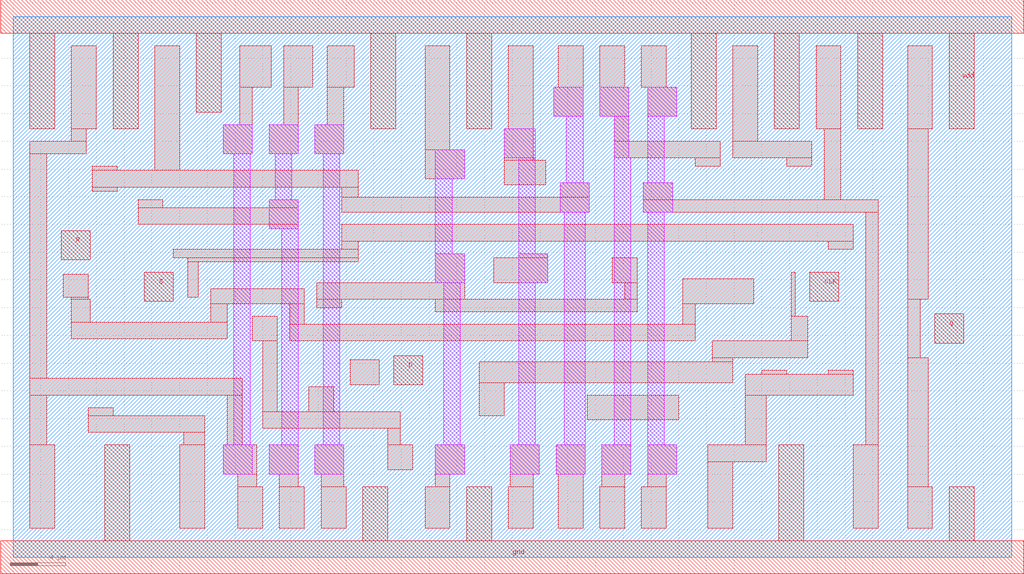
<source format=lef>
#--------------------------------------------------
# LEF file for Route & Via Rile
#  Ported from osu050 by GoodKook@gmail.com
#

VERSION 5.7 ;
  NOWIREEXTENSIONATPIN ON ;
  DIVIDERCHAR "/" ;
  BUSBITCHARS "[]" ;

UNITS
  DATABASE MICRONS 1000 ;
END UNITS

USEMINSPACING OBS ON ;
USEMINSPACING PIN OFF ;
CLEARANCEMEASURE EUCLIDEAN ;

MANUFACTURINGGRID 0.15 ;

LAYER nwell
  TYPE	MASTERSLICE ;
END nwell

LAYER nactive
  TYPE	MASTERSLICE ;
END nactive

LAYER pactive
  TYPE	MASTERSLICE ;
END pactive

LAYER poly
  TYPE	MASTERSLICE ;
END poly

LAYER cc
  TYPE	CUT ;
  SPACING	0.6 ;
END cc

LAYER metal1
  TYPE		ROUTING ;
  DIRECTION	VERTICAL ;
  PITCH		3.0 ;
  OFFSET	1.5 ;
  WIDTH	    0.9 ;   # ETRI050 Rule: WIDTH=0.8
  SPACING	1.05 ;  # ETRI050 Rule: SPACING=0.8(1.0)
  RESISTANCE	RPERSQ 0.09 ;
  CAPACITANCE	CPERSQDIST 3.2e-05 ;
END metal1

LAYER via1
  TYPE	CUT ;
  SPACING	0.9 ;
END via1

LAYER metal2
  TYPE		ROUTING ;
  DIRECTION	HORIZONTAL ;
  PITCH		3.0 ;
  OFFSET	1.5 ;
  WIDTH		1.05 ;  # ETRI050 Rule: WIDTH=1.0
  SPACING	1.2 ;   # ETRI050 Rule: SPACING=1.0(1.2)
  RESISTANCE	RPERSQ 0.09 ;
  CAPACITANCE	CPERSQDIST 1.6e-05 ;
END metal2

LAYER via2
  TYPE	CUT ;
  SPACING	0.9 ;
END via2

LAYER metal3
  TYPE		ROUTING ;
  DIRECTION	VERTICAL ;
  PITCH		3.0 ;
  OFFSET	1.5 ;
  WIDTH		1.2 ;   # ETRI050 Rule: WIDTH=1.2
  SPACING	1.2 ;   # ETRI050 Rule: SPACING=1.0(1.2)
  RESISTANCE	RPERSQ 0.05 ;
  CAPACITANCE	CPERSQDIST 1e-05 ;
END metal3

SPACING
  SAMENET cc   via1	0.900 ;
  SAMENET via1 via2	0.900 ;
END SPACING

VIA M2_M1 DEFAULT
  LAYER metal1 ;
    RECT -1.050 -1.050 1.050 1.050 ;
  LAYER via1 ;
    RECT -0.450 -0.450 0.450 0.450 ;
  LAYER metal2 ;
    RECT -1.050 -1.050 1.050 1.050 ;
END M2_M1

VIA M3_M2 DEFAULT
  LAYER metal2 ;
    RECT -1.050 -1.050 1.050 1.050 ;
  LAYER via2 ;
    RECT -0.450 -0.450 0.450 0.450 ;
  LAYER metal3 ;
    RECT -1.050 -1.050 1.050 1.050 ;
END M3_M2


VIARULE viagen21 GENERATE
  LAYER metal1 ;
    DIRECTION HORIZONTAL ;
    WIDTH 2.1 TO 210 ;
    OVERHANG 0.0 ;
    METALOVERHANG 0 ;
  LAYER metal2 ;
    DIRECTION VERTICAL ;
    WIDTH 2.1 TO 210 ;
    OVERHANG 0.0 ;
    METALOVERHANG 0 ;
  LAYER via1 ;
#    RECT -1.05 -1.05 1.05 1.05 ;
    RECT -0.450 -0.450 0.450 0.450 ;
    SPACING 0.9 BY 0.9 ;
END viagen21

VIARULE viagen32 GENERATE
  LAYER metal3 ;
    DIRECTION HORIZONTAL ;
    WIDTH 2.1 TO 210 ;
    OVERHANG 0.0 ;
    METALOVERHANG 0 ;
  LAYER metal2 ;
    DIRECTION VERTICAL ;
    WIDTH 2.1 TO 210 ;
    OVERHANG 0.0 ;
    METALOVERHANG 0 ;
  LAYER via2 ;
#    RECT -1.05 -1.05 1.05 1.05 ;
    RECT -0.450 -0.450 0.450 0.450 ;
    SPACING 0.9 BY 0.9 ;
END viagen32

VIARULE TURN1 GENERATE
  LAYER metal1 ;
    DIRECTION HORIZONTAL ;
  LAYER metal1 ;
    DIRECTION VERTICAL ;
END TURN1

VIARULE TURN2 GENERATE
  LAYER metal2 ;
    DIRECTION HORIZONTAL ;
  LAYER metal2 ;
    DIRECTION VERTICAL ;
END TURN2

VIARULE TURN3 GENERATE
  LAYER metal3 ;
    DIRECTION HORIZONTAL ;
  LAYER metal3 ;
    DIRECTION VERTICAL ;
END TURN3

SITE  corner
    CLASS	PAD ;
    SYMMETRY	R90 Y ;
    SIZE	300.000 BY 300.000 ;
END  corner

SITE  IO
    CLASS	PAD ;
    SYMMETRY	Y ;
    SIZE	90.000 BY 300.000 ;
END  IO

SITE  core
    CLASS	CORE ;
    SYMMETRY	Y ;
    SIZE	3.000 BY 30.000 ;
END  core

# =====================================================================
#  Core MACROS
# =====================================================================
MACRO AND2X1
  CLASS CORE ;
  FOREIGN AND2X1 ;
  ORIGIN 0.000 0.000 ;
  SIZE 15.000 BY 39.000 ;
  SYMMETRY X Y ;
  SITE core ;
  PIN A
    DIRECTION INPUT ;
    USE SIGNAL ;
    PORT
      LAYER metal1 ;
        RECT 0.450 18.450 2.550 20.550 ;
    END
  END A
  PIN B
    DIRECTION INPUT ;
    USE SIGNAL ;
    PORT
      LAYER metal1 ;
        RECT 6.450 21.450 8.550 23.550 ;
    END
  END B
  PIN Y
    DIRECTION OUTPUT ;
    USE SIGNAL ;
    PORT
      LAYER metal1 ;
        RECT 9.450 15.450 11.550 17.550 ;
    END
  END Y
  PIN vdd
    DIRECTION INOUT ;
    USE POWER ;
    SHAPE ABUTMENT ;
    PORT
      LAYER metal1 ;
        RECT -0.900 37.800 15.900 40.200 ;
        RECT 0.900 30.900 2.700 37.800 ;
        RECT 6.900 30.900 8.700 37.800 ;
    END
  END vdd
  PIN gnd
    DIRECTION INOUT ;
    USE GROUND ;
    SHAPE ABUTMENT ;
    PORT
      LAYER metal1 ;
        RECT 5.100 1.200 6.900 8.100 ;
        RECT -0.900 -1.200 15.900 1.200 ;
    END
  END gnd
  OBS
      LAYER metal1 ;
        RECT 3.900 30.900 5.700 36.900 ;
        RECT 9.900 30.900 11.700 36.900 ;
        RECT 0.600 16.650 2.400 17.400 ;
        RECT 4.050 10.800 5.100 30.900 ;
        RECT 6.600 24.600 8.400 25.350 ;
        RECT 9.900 18.600 11.100 30.900 ;
        RECT 0.900 9.600 8.400 10.800 ;
        RECT 0.900 2.100 2.700 9.600 ;
        RECT 6.600 9.000 8.400 9.600 ;
        RECT 9.450 5.850 10.500 14.400 ;
        RECT 8.400 5.100 10.500 5.850 ;
        RECT 8.400 2.100 10.200 5.100 ;
  END
END AND2X1
MACRO AND2X2
  CLASS CORE ;
  FOREIGN AND2X2 ;
  ORIGIN 0.000 0.000 ;
  SIZE 15.000 BY 39.000 ;
  SYMMETRY X Y ;
  SITE core ;
  PIN A
    DIRECTION INPUT ;
    USE SIGNAL ;
    PORT
      LAYER metal1 ;
        RECT 0.450 15.450 2.550 17.550 ;
    END
  END A
  PIN B
    DIRECTION INPUT ;
    USE SIGNAL ;
    PORT
      LAYER metal1 ;
        RECT 6.450 18.450 8.550 20.550 ;
    END
  END B
  PIN Y
    DIRECTION OUTPUT ;
    USE SIGNAL ;
    PORT
      LAYER metal1 ;
        RECT 9.450 12.450 11.550 14.550 ;
    END
  END Y
  PIN vdd
    DIRECTION INOUT ;
    USE POWER ;
    SHAPE ABUTMENT ;
    PORT
      LAYER metal1 ;
        RECT -0.900 37.800 15.900 40.200 ;
        RECT 0.900 30.900 2.700 37.800 ;
        RECT 7.500 24.900 9.300 37.800 ;
    END
  END vdd
  PIN gnd
    DIRECTION INOUT ;
    USE GROUND ;
    SHAPE ABUTMENT ;
    PORT
      LAYER metal1 ;
        RECT 5.400 1.200 7.200 8.100 ;
        RECT -0.900 -1.200 15.900 1.200 ;
    END
  END gnd
  OBS
      LAYER metal1 ;
        RECT 3.900 30.900 5.700 36.900 ;
        RECT 0.600 18.600 2.400 19.350 ;
        RECT 3.900 10.800 4.950 30.900 ;
        RECT 10.500 24.900 12.300 36.900 ;
        RECT 6.600 16.650 8.400 17.400 ;
        RECT 10.500 15.600 11.550 24.900 ;
        RECT 0.900 9.900 8.400 10.800 ;
        RECT 0.900 2.100 2.700 9.900 ;
        RECT 6.600 9.000 8.400 9.900 ;
        RECT 9.450 8.100 10.350 11.400 ;
        RECT 8.400 6.300 10.350 8.100 ;
        RECT 8.400 2.100 10.200 6.300 ;
  END
END AND2X2
MACRO AOI21X1
  CLASS CORE ;
  FOREIGN AOI21X1 ;
  ORIGIN 0.000 0.000 ;
  SIZE 15.000 BY 39.000 ;
  SYMMETRY X Y ;
  SITE core ;
  PIN A
    DIRECTION INPUT ;
    USE SIGNAL ;
    PORT
      LAYER metal1 ;
        RECT 0.450 18.450 2.550 20.550 ;
    END
  END A
  PIN B
    DIRECTION INPUT ;
    USE SIGNAL ;
    PORT
      LAYER metal1 ;
        RECT 3.450 12.450 5.550 14.550 ;
    END
  END B
  PIN C
    DIRECTION INPUT ;
    USE SIGNAL ;
    PORT
      LAYER metal1 ;
        RECT 6.450 18.450 8.550 20.550 ;
    END
  END C
  PIN Y
    DIRECTION OUTPUT ;
    USE SIGNAL ;
    PORT
      LAYER metal1 ;
        RECT 9.450 12.450 11.550 14.550 ;
    END
  END Y
  PIN vdd
    DIRECTION INOUT ;
    USE POWER ;
    SHAPE ABUTMENT ;
    PORT
      LAYER metal1 ;
        RECT -0.900 37.800 15.900 40.200 ;
        RECT 3.900 26.700 5.700 37.800 ;
    END
  END vdd
  PIN gnd
    DIRECTION INOUT ;
    USE GROUND ;
    SHAPE ABUTMENT ;
    PORT
      LAYER metal1 ;
        RECT 1.500 1.200 3.300 8.100 ;
        RECT 9.000 1.200 10.800 5.100 ;
        RECT -0.900 -1.200 15.900 1.200 ;
    END
  END gnd
  OBS
      LAYER metal1 ;
        RECT 0.900 25.800 2.700 36.900 ;
        RECT 6.900 25.800 8.700 36.900 ;
        RECT 0.900 24.900 8.700 25.800 ;
        RECT 9.900 24.900 11.700 36.900 ;
        RECT 0.600 16.650 2.400 17.400 ;
        RECT 6.600 16.650 8.400 17.400 ;
        RECT 3.600 15.600 5.400 16.350 ;
        RECT 10.200 15.600 11.100 24.900 ;
        RECT 10.200 8.100 11.100 11.400 ;
        RECT 5.700 6.450 11.100 8.100 ;
        RECT 5.700 2.100 7.500 6.450 ;
  END
END AOI21X1
MACRO AOI22X1
  CLASS CORE ;
  FOREIGN AOI22X1 ;
  ORIGIN 0.000 0.000 ;
  SIZE 18.000 BY 39.000 ;
  SYMMETRY X Y ;
  SITE core ;
  PIN A
    DIRECTION INPUT ;
    USE SIGNAL ;
    PORT
      LAYER metal1 ;
        RECT 0.450 12.450 2.550 14.550 ;
    END
  END A
  PIN B
    DIRECTION INPUT ;
    USE SIGNAL ;
    PORT
      LAYER metal1 ;
        RECT 3.450 18.450 5.550 20.550 ;
    END
  END B
  PIN C
    DIRECTION INPUT ;
    USE SIGNAL ;
    PORT
      LAYER metal1 ;
        RECT 12.450 12.450 14.550 14.550 ;
    END
  END C
  PIN D
    DIRECTION INPUT ;
    USE SIGNAL ;
    PORT
      LAYER metal1 ;
        RECT 9.450 18.450 11.550 20.550 ;
    END
  END D
  PIN Y
    DIRECTION OUTPUT ;
    USE SIGNAL ;
    PORT
      LAYER metal1 ;
        RECT 6.450 12.450 8.550 14.550 ;
    END
  END Y
  PIN vdd
    DIRECTION INOUT ;
    USE POWER ;
    SHAPE ABUTMENT ;
    PORT
      LAYER metal1 ;
        RECT -0.900 37.800 18.900 40.200 ;
        RECT 3.900 27.000 5.700 37.800 ;
    END
  END vdd
  PIN gnd
    DIRECTION INOUT ;
    USE GROUND ;
    SHAPE ABUTMENT ;
    PORT
      LAYER metal1 ;
        RECT 1.500 1.200 3.300 8.100 ;
        RECT 9.900 1.200 11.700 8.100 ;
        RECT -0.900 -1.200 18.900 1.200 ;
    END
  END gnd
  OBS
      LAYER metal1 ;
        RECT 0.900 26.100 2.700 36.900 ;
        RECT 6.900 36.000 14.700 36.900 ;
        RECT 6.900 26.100 8.700 36.000 ;
        RECT 0.900 25.200 8.700 26.100 ;
        RECT 9.900 24.000 11.700 35.100 ;
        RECT 12.900 24.900 14.700 36.000 ;
        RECT 7.650 23.100 11.700 24.000 ;
        RECT 7.650 21.600 8.550 23.100 ;
        RECT 7.650 17.400 8.400 21.600 ;
        RECT 3.750 16.650 5.550 17.400 ;
        RECT 0.750 15.600 2.550 16.350 ;
        RECT 7.650 15.600 8.550 17.400 ;
        RECT 9.450 16.650 11.250 17.400 ;
        RECT 12.600 15.600 14.400 16.350 ;
        RECT 6.450 8.100 7.500 11.400 ;
        RECT 5.700 2.100 7.500 8.100 ;
  END
END AOI22X1
MACRO BUFX2
  CLASS CORE ;
  FOREIGN BUFX2 ;
  ORIGIN 0.000 0.000 ;
  SIZE 12.000 BY 39.000 ;
  SYMMETRY X Y ;
  SITE core ;
  PIN A
    DIRECTION INPUT ;
    USE SIGNAL ;
    PORT
      LAYER metal1 ;
        RECT 0.450 15.450 2.550 17.550 ;
    END
  END A
  PIN Y
    DIRECTION OUTPUT ;
    USE SIGNAL ;
    PORT
      LAYER metal1 ;
        RECT 6.450 12.450 8.550 14.550 ;
    END
  END Y
  PIN vdd
    DIRECTION INOUT ;
    USE POWER ;
    SHAPE ABUTMENT ;
    PORT
      LAYER metal1 ;
        RECT -0.900 37.800 12.900 40.200 ;
        RECT 4.200 24.900 6.000 37.800 ;
    END
  END vdd
  PIN gnd
    DIRECTION INOUT ;
    USE GROUND ;
    SHAPE ABUTMENT ;
    PORT
      LAYER metal1 ;
        RECT 4.200 1.200 6.000 8.100 ;
        RECT -0.900 -1.200 12.900 1.200 ;
    END
  END gnd
  OBS
      LAYER metal1 ;
        RECT 0.900 30.900 2.700 36.900 ;
        RECT 0.900 24.000 2.100 30.900 ;
        RECT 7.200 24.900 9.000 36.900 ;
        RECT 0.900 23.100 6.600 24.000 ;
        RECT 4.650 22.200 6.600 23.100 ;
        RECT 0.600 18.600 2.400 19.350 ;
        RECT 4.650 15.600 5.550 22.200 ;
        RECT 7.500 15.600 8.700 24.900 ;
        RECT 4.650 11.400 5.400 15.600 ;
        RECT 4.650 10.800 5.550 11.400 ;
        RECT 4.650 9.900 6.600 10.800 ;
        RECT 1.500 9.000 6.600 9.900 ;
        RECT 1.500 5.100 2.700 9.000 ;
        RECT 7.500 8.100 8.700 11.400 ;
        RECT 0.900 2.100 2.700 5.100 ;
        RECT 7.200 2.100 9.000 8.100 ;
  END
END BUFX2
MACRO BUFX4
  CLASS CORE ;
  FOREIGN BUFX4 ;
  ORIGIN 0.000 0.000 ;
  SIZE 15.000 BY 39.000 ;
  SYMMETRY X Y ;
  SITE core ;
  PIN A
    DIRECTION INPUT ;
    USE SIGNAL ;
    PORT
      LAYER metal1 ;
        RECT 0.450 15.450 2.550 17.550 ;
    END
  END A
  PIN Y
    DIRECTION OUTPUT ;
    USE SIGNAL ;
    PORT
      LAYER metal1 ;
        RECT 9.450 12.450 11.550 14.550 ;
    END
  END Y
  PIN vdd
    DIRECTION INOUT ;
    USE POWER ;
    SHAPE ABUTMENT ;
    PORT
      LAYER metal1 ;
        RECT -0.900 37.800 16.050 40.200 ;
        RECT 4.200 24.900 6.000 37.800 ;
        RECT 10.200 24.900 12.000 37.800 ;
    END
  END vdd
  PIN gnd
    DIRECTION INOUT ;
    USE GROUND ;
    SHAPE ABUTMENT ;
    PORT
      LAYER metal1 ;
        RECT 4.200 1.200 6.000 8.100 ;
        RECT 10.200 1.200 12.000 8.100 ;
        RECT -0.900 -1.200 16.200 1.200 ;
    END
  END gnd
  OBS
      LAYER metal1 ;
        RECT 0.900 24.000 2.700 36.900 ;
        RECT 7.200 24.900 9.000 36.900 ;
        RECT 0.900 23.100 6.750 24.000 ;
        RECT 4.950 22.200 6.750 23.100 ;
        RECT 0.600 18.600 2.400 19.350 ;
        RECT 4.950 10.800 6.150 22.200 ;
        RECT 7.650 15.600 8.700 24.900 ;
        RECT 7.650 11.400 8.400 15.600 ;
        RECT 4.950 9.900 6.750 10.800 ;
        RECT 0.900 9.000 6.750 9.900 ;
        RECT 0.900 6.600 2.100 9.000 ;
        RECT 7.650 8.100 8.700 11.400 ;
        RECT 0.900 2.100 2.700 6.600 ;
        RECT 7.200 2.100 9.000 8.100 ;
  END
END BUFX4
MACRO CLKBUF1
  CLASS CORE ;
  FOREIGN CLKBUF1 ;
  ORIGIN 0.000 0.000 ;
  SIZE 30.000 BY 39.000 ;
  SYMMETRY X Y ;
  SITE core ;
  PIN A
    DIRECTION INPUT ;
    USE SIGNAL ;
    PORT
      LAYER metal1 ;
        RECT 3.450 15.450 5.550 17.550 ;
    END
  END A
  PIN Y
    DIRECTION OUTPUT ;
    USE SIGNAL ;
    PORT
      LAYER metal1 ;
        RECT 24.450 15.450 26.550 17.550 ;
    END
  END Y
  PIN vdd
    DIRECTION INOUT ;
    USE POWER ;
    SHAPE ABUTMENT ;
    PORT
      LAYER metal1 ;
        RECT -0.900 37.800 30.900 40.200 ;
        RECT 0.900 24.900 2.700 37.800 ;
        RECT 6.900 24.900 8.700 37.800 ;
        RECT 12.900 24.900 14.700 37.800 ;
        RECT 18.900 24.900 20.700 37.800 ;
        RECT 24.900 24.900 26.700 37.800 ;
    END
  END vdd
  PIN gnd
    DIRECTION INOUT ;
    USE GROUND ;
    SHAPE ABUTMENT ;
    PORT
      LAYER metal1 ;
        RECT 0.900 1.200 2.700 8.100 ;
        RECT 6.900 1.200 8.700 8.100 ;
        RECT 12.900 1.200 14.700 8.100 ;
        RECT 18.900 1.200 20.700 8.100 ;
        RECT 24.900 1.200 26.700 8.100 ;
        RECT -0.900 -1.200 30.900 1.200 ;
    END
  END gnd
  OBS
      LAYER metal1 ;
        RECT 3.900 24.000 5.700 36.900 ;
        RECT 9.900 24.000 11.700 36.900 ;
        RECT 15.900 24.000 17.700 36.900 ;
        RECT 21.900 24.000 23.700 36.900 ;
        RECT 3.900 22.800 7.800 24.000 ;
        RECT 9.900 22.800 13.800 24.000 ;
        RECT 15.900 22.800 19.800 24.000 ;
        RECT 21.900 22.800 24.600 24.000 ;
        RECT 3.600 13.650 5.400 14.400 ;
        RECT 6.600 12.300 7.800 22.800 ;
        RECT 9.000 12.300 10.800 12.900 ;
        RECT 6.600 11.100 10.800 12.300 ;
        RECT 12.600 12.300 13.800 22.800 ;
        RECT 15.000 12.300 16.800 12.900 ;
        RECT 12.600 11.100 16.800 12.300 ;
        RECT 18.600 12.300 19.800 22.800 ;
        RECT 23.700 18.600 24.600 22.800 ;
        RECT 21.000 12.300 22.800 12.900 ;
        RECT 18.600 11.100 22.800 12.300 ;
        RECT 6.600 10.200 7.800 11.100 ;
        RECT 12.600 10.200 13.800 11.100 ;
        RECT 18.600 10.200 19.800 11.100 ;
        RECT 23.700 10.200 24.600 14.400 ;
        RECT 3.900 9.000 7.800 10.200 ;
        RECT 9.900 9.000 13.800 10.200 ;
        RECT 15.900 9.000 19.800 10.200 ;
        RECT 21.900 9.000 24.600 10.200 ;
        RECT 3.900 2.100 5.700 9.000 ;
        RECT 9.900 2.100 11.700 9.000 ;
        RECT 15.900 2.100 17.700 9.000 ;
        RECT 21.900 2.100 23.700 9.000 ;
  END
END CLKBUF1
MACRO CLKBUF2
  CLASS CORE ;
  FOREIGN CLKBUF2 ;
  ORIGIN 0.000 0.000 ;
  SIZE 42.000 BY 39.000 ;
  SYMMETRY X Y ;
  SITE core ;
  PIN A
    DIRECTION INPUT ;
    USE SIGNAL ;
    PORT
      LAYER metal1 ;
        RECT 3.450 15.450 5.550 17.550 ;
    END
  END A
  PIN Y
    DIRECTION OUTPUT ;
    USE SIGNAL ;
    PORT
      LAYER metal1 ;
        RECT 36.450 15.450 38.550 17.550 ;
    END
  END Y
  PIN vdd
    DIRECTION INOUT ;
    USE POWER ;
    SHAPE ABUTMENT ;
    PORT
      LAYER metal1 ;
        RECT -0.900 37.800 42.900 40.200 ;
        RECT 0.900 24.900 2.700 37.800 ;
        RECT 6.900 24.900 8.700 37.800 ;
        RECT 12.900 24.900 14.700 37.800 ;
        RECT 18.900 24.900 20.700 37.800 ;
        RECT 24.900 24.900 26.700 37.800 ;
        RECT 30.900 24.900 32.700 37.800 ;
        RECT 36.900 24.900 38.700 37.800 ;
    END
  END vdd
  PIN gnd
    DIRECTION INOUT ;
    USE GROUND ;
    SHAPE ABUTMENT ;
    PORT
      LAYER metal1 ;
        RECT 0.900 1.200 2.700 8.100 ;
        RECT 6.900 1.200 8.700 8.100 ;
        RECT 12.900 1.200 14.700 8.100 ;
        RECT 18.900 1.200 20.700 8.100 ;
        RECT 24.900 1.200 26.700 8.100 ;
        RECT 30.900 1.200 32.700 8.100 ;
        RECT 36.900 1.200 38.700 8.100 ;
        RECT -0.900 -1.200 42.900 1.200 ;
    END
  END gnd
  OBS
      LAYER metal1 ;
        RECT 3.900 24.000 5.700 36.900 ;
        RECT 9.900 24.000 11.700 36.900 ;
        RECT 15.900 24.000 17.700 36.900 ;
        RECT 21.900 24.000 23.700 36.900 ;
        RECT 27.900 24.000 29.700 36.900 ;
        RECT 33.900 24.000 35.700 36.900 ;
        RECT 3.900 22.800 7.950 24.000 ;
        RECT 9.900 22.800 13.800 24.000 ;
        RECT 15.900 22.800 19.800 24.000 ;
        RECT 21.900 22.800 26.100 24.000 ;
        RECT 27.900 22.800 31.200 24.000 ;
        RECT 33.900 22.800 37.200 24.000 ;
        RECT 3.600 13.650 5.400 14.400 ;
        RECT 6.750 12.300 7.950 22.800 ;
        RECT 9.000 12.300 10.800 12.900 ;
        RECT 6.750 11.100 10.800 12.300 ;
        RECT 12.600 12.300 13.800 22.800 ;
        RECT 15.000 12.300 16.800 12.900 ;
        RECT 12.600 11.100 16.800 12.300 ;
        RECT 18.600 12.300 19.800 22.800 ;
        RECT 21.000 12.300 22.800 12.900 ;
        RECT 18.600 11.100 22.800 12.300 ;
        RECT 24.900 12.300 26.100 22.800 ;
        RECT 27.000 12.300 28.800 12.900 ;
        RECT 24.900 11.100 28.800 12.300 ;
        RECT 30.000 12.300 31.200 22.800 ;
        RECT 36.000 18.600 37.200 22.800 ;
        RECT 33.000 12.300 34.800 12.900 ;
        RECT 30.000 11.100 34.800 12.300 ;
        RECT 6.750 10.200 7.950 11.100 ;
        RECT 12.600 10.200 13.800 11.100 ;
        RECT 18.600 10.200 19.800 11.100 ;
        RECT 24.900 10.200 26.100 11.100 ;
        RECT 30.000 10.200 31.200 11.100 ;
        RECT 36.000 10.200 37.200 14.400 ;
        RECT 3.900 9.000 7.950 10.200 ;
        RECT 9.900 9.000 13.800 10.200 ;
        RECT 15.900 9.000 19.800 10.200 ;
        RECT 21.900 9.000 26.100 10.200 ;
        RECT 27.900 9.000 31.200 10.200 ;
        RECT 33.900 9.000 37.200 10.200 ;
        RECT 3.900 2.100 5.700 9.000 ;
        RECT 9.900 2.100 11.700 9.000 ;
        RECT 15.900 2.100 17.700 9.000 ;
        RECT 21.900 2.100 23.700 9.000 ;
        RECT 27.900 2.100 29.700 9.000 ;
        RECT 33.900 2.100 35.700 9.000 ;
  END
END CLKBUF2
MACRO CLKBUF3
  CLASS CORE ;
  FOREIGN CLKBUF3 ;
  ORIGIN 0.000 0.000 ;
  SIZE 54.000 BY 39.000 ;
  SYMMETRY X Y ;
  SITE core ;
  PIN A
    DIRECTION INPUT ;
    USE SIGNAL ;
    PORT
      LAYER metal1 ;
        RECT 3.450 15.450 5.550 17.550 ;
    END
  END A
  PIN Y
    DIRECTION OUTPUT ;
    USE SIGNAL ;
    PORT
      LAYER metal1 ;
        RECT 48.450 15.450 50.550 17.550 ;
    END
  END Y
  PIN vdd
    DIRECTION INOUT ;
    USE POWER ;
    SHAPE ABUTMENT ;
    PORT
      LAYER metal1 ;
        RECT -0.900 37.800 54.900 40.200 ;
        RECT 0.900 24.900 2.700 37.800 ;
        RECT 6.900 24.900 8.700 37.800 ;
        RECT 12.900 24.900 14.700 37.800 ;
        RECT 18.900 24.900 20.700 37.800 ;
        RECT 24.900 24.900 26.700 37.800 ;
        RECT 30.900 24.900 32.700 37.800 ;
        RECT 36.900 24.900 38.700 37.800 ;
        RECT 42.900 24.900 44.700 37.800 ;
        RECT 48.900 24.900 50.700 37.800 ;
    END
  END vdd
  PIN gnd
    DIRECTION INOUT ;
    USE GROUND ;
    SHAPE ABUTMENT ;
    PORT
      LAYER metal1 ;
        RECT 0.900 1.200 2.700 8.100 ;
        RECT 6.900 1.200 8.700 8.100 ;
        RECT 12.900 1.200 14.700 8.100 ;
        RECT 18.900 1.200 20.700 8.100 ;
        RECT 24.900 1.200 26.700 8.100 ;
        RECT 30.900 1.200 32.700 8.100 ;
        RECT 36.900 1.200 38.700 8.100 ;
        RECT 42.900 1.200 44.700 8.100 ;
        RECT 48.900 1.200 50.700 8.100 ;
        RECT -0.900 -1.200 55.200 1.200 ;
    END
  END gnd
  OBS
      LAYER metal1 ;
        RECT 3.900 24.000 5.700 36.900 ;
        RECT 9.900 24.000 11.700 36.900 ;
        RECT 15.900 24.000 17.700 36.900 ;
        RECT 21.900 24.000 23.700 36.900 ;
        RECT 27.900 24.000 29.700 36.900 ;
        RECT 33.900 24.000 35.700 36.900 ;
        RECT 39.900 24.000 41.700 36.900 ;
        RECT 45.900 24.000 47.700 36.900 ;
        RECT 3.900 22.800 7.800 24.000 ;
        RECT 9.900 22.800 13.800 24.000 ;
        RECT 15.900 22.800 19.800 24.000 ;
        RECT 21.900 22.800 26.100 24.000 ;
        RECT 27.900 22.800 31.200 24.000 ;
        RECT 33.900 22.800 37.800 24.000 ;
        RECT 39.900 22.800 42.900 24.000 ;
        RECT 45.900 22.800 49.050 24.000 ;
        RECT 3.600 13.650 5.400 14.400 ;
        RECT 6.750 12.900 7.800 22.800 ;
        RECT 12.600 12.900 13.800 22.800 ;
        RECT 18.600 12.900 19.800 22.800 ;
        RECT 24.900 12.900 26.100 22.800 ;
        RECT 30.000 12.900 31.200 22.800 ;
        RECT 36.600 12.900 37.800 22.800 ;
        RECT 41.700 12.900 42.900 22.800 ;
        RECT 47.850 18.600 49.050 22.800 ;
        RECT 6.750 11.100 10.800 12.900 ;
        RECT 12.600 11.100 16.800 12.900 ;
        RECT 18.600 11.100 22.800 12.900 ;
        RECT 24.900 11.100 28.800 12.900 ;
        RECT 30.000 11.100 34.800 12.900 ;
        RECT 36.600 11.100 40.800 12.900 ;
        RECT 41.700 11.100 46.800 12.900 ;
        RECT 6.750 10.200 7.800 11.100 ;
        RECT 12.600 10.200 13.800 11.100 ;
        RECT 18.600 10.200 19.800 11.100 ;
        RECT 24.900 10.200 26.100 11.100 ;
        RECT 30.000 10.200 31.200 11.100 ;
        RECT 36.600 10.200 37.800 11.100 ;
        RECT 41.700 10.200 42.900 11.100 ;
        RECT 47.850 10.200 49.050 14.400 ;
        RECT 3.900 9.000 7.800 10.200 ;
        RECT 9.900 9.000 13.800 10.200 ;
        RECT 15.900 9.000 19.800 10.200 ;
        RECT 21.900 9.000 26.100 10.200 ;
        RECT 27.900 9.000 31.200 10.200 ;
        RECT 33.900 9.000 37.800 10.200 ;
        RECT 39.900 9.000 42.900 10.200 ;
        RECT 45.900 9.000 49.050 10.200 ;
        RECT 3.900 2.100 5.700 9.000 ;
        RECT 9.900 2.100 11.700 9.000 ;
        RECT 15.900 2.100 17.700 9.000 ;
        RECT 21.900 2.100 23.700 9.000 ;
        RECT 27.900 2.100 29.700 9.000 ;
        RECT 33.900 2.100 35.700 9.000 ;
        RECT 39.900 2.100 41.700 9.000 ;
        RECT 45.900 2.100 47.700 9.000 ;
  END
END CLKBUF3
MACRO DFFNEGX1
  CLASS CORE ;
  FOREIGN DFFNEGX1 ;
  ORIGIN 0.000 0.000 ;
  SIZE 36.000 BY 39.000 ;
  SYMMETRY X Y ;
  SITE core ;
  PIN D
    DIRECTION INPUT ;
    USE SIGNAL ;
    PORT
      LAYER metal1 ;
        RECT 3.450 15.450 5.550 17.550 ;
    END
  END D
  PIN CLK
    DIRECTION INPUT ;
    USE CLOCK ;
    PORT
      LAYER metal1 ;
        RECT 15.450 12.450 17.550 14.550 ;
    END
  END CLK
  PIN Q
    DIRECTION OUTPUT ;
    USE SIGNAL ;
    PORT
      LAYER metal1 ;
        RECT 30.450 15.450 32.550 17.550 ;
    END
  END Q
  PIN vdd
    DIRECTION INOUT ;
    USE POWER ;
    SHAPE ABUTMENT ;
    PORT
      LAYER metal1 ;
        RECT -0.900 37.800 36.900 40.200 ;
        RECT 3.900 30.900 5.700 37.800 ;
        RECT 13.500 30.900 15.300 37.800 ;
        RECT 20.100 30.900 21.900 37.800 ;
        RECT 29.100 33.900 30.900 37.800 ;
    END
  END vdd
  PIN gnd
    DIRECTION INOUT ;
    USE GROUND ;
    SHAPE ABUTMENT ;
    PORT
      LAYER metal1 ;
        RECT 3.900 1.200 5.700 5.100 ;
        RECT 13.200 1.200 15.000 5.100 ;
        RECT 20.100 1.200 21.900 5.100 ;
        RECT 29.100 1.200 30.900 5.100 ;
        RECT -0.900 -1.200 36.900 1.200 ;
    END
  END gnd
  OBS
      LAYER metal1 ;
        RECT 0.900 24.300 2.700 36.900 ;
        RECT 8.700 32.100 10.500 36.900 ;
        RECT 6.900 30.900 10.500 32.100 ;
        RECT 6.900 30.300 8.550 30.900 ;
        RECT 6.450 28.200 8.550 30.300 ;
        RECT 16.500 30.000 18.300 36.900 ;
        RECT 24.600 30.900 26.400 36.900 ;
        RECT 9.600 27.300 11.400 30.000 ;
        RECT 12.600 28.800 19.200 30.000 ;
        RECT 24.300 28.800 26.400 30.900 ;
        RECT 12.600 28.200 14.400 28.800 ;
        RECT 17.400 28.200 19.200 28.800 ;
        RECT 9.450 25.200 11.550 27.300 ;
        RECT 25.200 27.000 27.000 27.600 ;
        RECT 20.100 25.800 27.000 27.000 ;
        RECT 20.100 25.200 21.900 25.800 ;
        RECT 20.100 24.300 21.000 25.200 ;
        RECT 0.900 23.100 21.000 24.300 ;
        RECT 32.100 24.900 33.900 36.900 ;
        RECT 0.900 8.100 1.800 23.100 ;
        RECT 7.800 22.500 9.600 23.100 ;
        RECT 14.400 21.600 16.200 22.200 ;
        RECT 6.450 20.400 16.200 21.600 ;
        RECT 24.300 21.000 26.400 21.600 ;
        RECT 29.400 21.000 31.200 21.600 ;
        RECT 6.450 19.500 8.550 20.400 ;
        RECT 24.300 19.800 31.200 21.000 ;
        RECT 24.300 19.500 26.400 19.800 ;
        RECT 3.600 18.600 5.400 19.350 ;
        RECT 32.100 18.600 33.300 24.900 ;
        RECT 27.000 15.450 29.400 17.250 ;
        RECT 9.450 11.400 11.550 13.200 ;
        RECT 2.850 10.200 23.700 11.400 ;
        RECT 2.850 9.600 4.650 10.200 ;
        RECT 7.800 9.000 9.600 10.200 ;
        RECT 21.900 9.600 23.700 10.200 ;
        RECT 32.100 8.100 33.300 14.400 ;
        RECT 0.900 2.100 2.700 8.100 ;
        RECT 6.450 6.000 8.550 8.100 ;
        RECT 12.600 7.200 14.400 7.800 ;
        RECT 12.600 6.000 17.700 7.200 ;
        RECT 6.900 5.100 8.550 6.000 ;
        RECT 16.500 5.100 17.700 6.000 ;
        RECT 6.900 4.050 10.500 5.100 ;
        RECT 8.700 2.100 10.500 4.050 ;
        RECT 16.500 2.100 18.300 5.100 ;
        RECT 24.300 4.200 26.400 7.200 ;
        RECT 24.600 2.100 26.400 4.200 ;
        RECT 32.100 2.100 33.900 8.100 ;
      LAYER metal2 ;
        RECT 6.450 28.200 8.550 30.300 ;
        RECT 24.300 28.800 26.400 30.900 ;
        RECT 7.050 21.600 8.100 28.200 ;
        RECT 9.450 25.200 11.550 27.300 ;
        RECT 6.450 19.500 8.550 21.600 ;
        RECT 7.050 8.100 8.100 19.500 ;
        RECT 10.050 13.200 11.400 25.200 ;
        RECT 24.300 21.600 25.500 28.800 ;
        RECT 24.300 19.500 26.400 21.600 ;
        RECT 9.450 11.100 11.550 13.200 ;
        RECT 6.450 6.000 8.550 8.100 ;
        RECT 24.300 7.200 25.500 19.500 ;
        RECT 24.300 5.100 26.400 7.200 ;
  END
END DFFNEGX1
MACRO DFFPOSX1
  CLASS CORE ;
  FOREIGN DFFPOSX1 ;
  ORIGIN 0.000 0.000 ;
  SIZE 36.000 BY 39.000 ;
  SYMMETRY X Y ;
  SITE core ;
  PIN D
    DIRECTION INPUT ;
    USE SIGNAL ;
    PORT
      LAYER metal1 ;
        RECT 12.450 18.450 14.550 20.550 ;
    END
  END D
  PIN CLK
    DIRECTION INPUT ;
    USE CLOCK ;
    PORT
      LAYER metal1 ;
        RECT 18.450 15.450 20.550 17.550 ;
    END
  END CLK
  PIN Q
    DIRECTION OUTPUT ;
    USE SIGNAL ;
    PORT
      LAYER metal1 ;
        RECT 30.450 12.450 32.550 14.550 ;
    END
  END Q
  PIN vdd
    DIRECTION INOUT ;
    USE POWER ;
    SHAPE ABUTMENT ;
    PORT
      LAYER metal1 ;
        RECT -0.900 37.800 36.900 40.200 ;
        RECT 4.650 30.900 6.450 37.800 ;
        RECT 14.850 30.900 16.650 37.800 ;
        RECT 21.450 30.900 23.250 37.800 ;
        RECT 30.150 33.900 31.950 37.800 ;
    END
  END vdd
  PIN gnd
    DIRECTION INOUT ;
    USE GROUND ;
    SHAPE ABUTMENT ;
    PORT
      LAYER metal1 ;
        RECT 4.650 1.200 6.450 5.100 ;
        RECT 13.950 1.200 15.750 5.100 ;
        RECT 20.850 1.200 22.650 5.100 ;
        RECT 29.850 1.200 31.650 5.100 ;
        RECT -0.900 -1.200 36.900 1.200 ;
    END
  END gnd
  OBS
      LAYER metal1 ;
        RECT 1.650 24.900 3.450 36.900 ;
        RECT 10.050 30.900 11.850 36.900 ;
        RECT 10.050 30.000 11.250 30.900 ;
        RECT 17.850 30.000 19.650 36.900 ;
        RECT 25.650 30.900 27.450 36.900 ;
        RECT 6.450 27.900 11.250 30.000 ;
        RECT 13.950 28.950 20.550 30.000 ;
        RECT 13.950 28.200 15.750 28.950 ;
        RECT 18.750 28.200 20.550 28.950 ;
        RECT 25.650 28.800 29.550 30.900 ;
        RECT 10.050 27.000 11.250 27.900 ;
        RECT 22.950 27.300 24.750 27.900 ;
        RECT 10.050 25.800 17.550 27.000 ;
        RECT 15.750 25.200 17.550 25.800 ;
        RECT 18.450 26.400 24.750 27.300 ;
        RECT 1.650 24.000 2.550 24.900 ;
        RECT 18.450 24.300 19.350 26.400 ;
        RECT 22.950 26.100 24.750 26.400 ;
        RECT 25.650 26.100 28.350 27.900 ;
        RECT 25.650 25.200 26.550 26.100 ;
        RECT 10.950 24.000 19.350 24.300 ;
        RECT 1.650 23.400 19.350 24.000 ;
        RECT 20.550 24.300 26.550 25.200 ;
        RECT 27.450 24.300 29.550 25.200 ;
        RECT 33.150 24.900 34.950 36.900 ;
        RECT 1.650 22.800 12.750 23.400 ;
        RECT 1.650 8.100 2.550 22.800 ;
        RECT 10.950 22.500 12.750 22.800 ;
        RECT 6.600 17.700 11.400 18.900 ;
        RECT 20.550 18.600 21.450 24.300 ;
        RECT 27.450 23.100 31.650 24.300 ;
        RECT 30.750 21.300 32.550 23.100 ;
        RECT 6.600 17.100 8.400 17.700 ;
        RECT 3.600 13.650 5.400 15.450 ;
        RECT 33.750 14.550 34.950 24.900 ;
        RECT 4.500 12.900 5.400 13.650 ;
        RECT 20.550 13.500 21.450 14.400 ;
        RECT 9.600 12.900 11.400 13.500 ;
        RECT 20.550 12.900 22.350 13.500 ;
        RECT 4.500 11.700 22.350 12.900 ;
        RECT 28.650 12.450 29.400 14.250 ;
        RECT 33.600 12.450 34.950 14.550 ;
        RECT 10.350 8.700 11.400 11.700 ;
        RECT 1.650 2.100 3.450 8.100 ;
        RECT 6.450 6.000 8.550 8.100 ;
        RECT 10.050 6.900 11.850 8.700 ;
        RECT 13.350 7.950 15.150 8.700 ;
        RECT 33.750 8.100 34.950 12.450 ;
        RECT 13.350 6.900 18.300 7.950 ;
        RECT 27.450 7.200 29.550 8.100 ;
        RECT 7.500 5.100 8.550 6.000 ;
        RECT 17.250 5.100 18.300 6.900 ;
        RECT 25.800 6.000 29.550 7.200 ;
        RECT 25.800 5.100 26.850 6.000 ;
        RECT 7.500 4.200 11.250 5.100 ;
        RECT 9.450 2.100 11.250 4.200 ;
        RECT 17.250 2.100 19.050 5.100 ;
        RECT 25.050 2.100 26.850 5.100 ;
        RECT 33.150 2.100 34.950 8.100 ;
      LAYER metal2 ;
        RECT 6.450 27.900 8.550 30.000 ;
        RECT 27.450 28.800 29.550 30.900 ;
        RECT 7.200 8.100 8.400 27.900 ;
        RECT 27.450 25.200 28.650 28.800 ;
        RECT 27.450 23.100 29.550 25.200 ;
        RECT 27.450 8.100 28.650 23.100 ;
        RECT 6.450 6.000 8.550 8.100 ;
        RECT 27.450 6.000 29.550 8.100 ;
  END
END DFFPOSX1
MACRO DFFSR
  CLASS CORE ;
  FOREIGN DFFSR ;
  ORIGIN 0.000 0.000 ;
  SIZE 72.000 BY 39.000 ;
  SYMMETRY X Y ;
  SITE core ;
  PIN R
    DIRECTION INPUT ;
    USE SIGNAL ;
    PORT
      LAYER metal1 ;
        RECT 3.450 21.450 5.550 23.550 ;
    END
  END R
  PIN S
    DIRECTION INPUT ;
    USE SIGNAL ;
    PORT
      LAYER metal1 ;
        RECT 9.450 18.450 11.550 20.550 ;
    END
  END S
  PIN D
    DIRECTION INPUT ;
    USE SIGNAL ;
    PORT
      LAYER metal1 ;
        RECT 27.450 12.450 29.550 14.550 ;
    END
  END D
  PIN CLK
    DIRECTION INPUT ;
    USE CLOCK ;
    PORT
      LAYER metal1 ;
        RECT 57.450 18.450 59.550 20.550 ;
    END
  END CLK
  PIN Q
    DIRECTION OUTPUT ;
    USE SIGNAL ;
    PORT
      LAYER metal1 ;
        RECT 66.450 15.450 68.550 17.550 ;
    END
  END Q
  PIN vdd
    DIRECTION INOUT ;
    USE POWER ;
    SHAPE ABUTMENT ;
    PORT
      LAYER metal1 ;
        RECT -0.900 37.800 72.900 40.200 ;
        RECT 1.200 30.900 3.000 37.800 ;
        RECT 7.200 30.900 9.000 37.800 ;
        RECT 13.200 32.100 15.000 37.800 ;
        RECT 25.800 30.900 27.600 37.800 ;
        RECT 32.700 30.900 34.500 37.800 ;
        RECT 48.900 30.900 50.700 37.800 ;
        RECT 54.900 30.900 56.700 37.800 ;
        RECT 60.900 30.900 62.700 37.800 ;
        RECT 67.500 30.900 69.300 37.800 ;
    END
  END vdd
  PIN gnd
    DIRECTION INOUT ;
    USE GROUND ;
    SHAPE ABUTMENT ;
    PORT
      LAYER metal1 ;
        RECT 6.600 1.200 8.400 8.100 ;
        RECT 25.200 1.200 27.000 5.100 ;
        RECT 32.700 1.200 34.500 5.100 ;
        RECT 55.200 1.200 57.000 8.100 ;
        RECT 67.500 1.200 69.300 5.100 ;
        RECT -0.900 -1.200 72.900 1.200 ;
    END
  END gnd
  OBS
      LAYER metal1 ;
        RECT 4.200 30.900 6.000 36.900 ;
        RECT 4.200 30.000 5.250 30.900 ;
        RECT 1.200 29.100 5.250 30.000 ;
        RECT 1.200 12.900 2.400 29.100 ;
        RECT 5.700 27.900 7.500 28.200 ;
        RECT 10.200 27.900 12.000 36.900 ;
        RECT 16.350 33.900 18.600 36.900 ;
        RECT 19.500 33.900 21.600 36.900 ;
        RECT 22.650 33.900 24.600 36.900 ;
        RECT 16.350 31.200 17.250 33.900 ;
        RECT 19.500 31.200 20.550 33.900 ;
        RECT 22.650 31.200 23.850 33.900 ;
        RECT 15.150 29.100 17.250 31.200 ;
        RECT 18.450 29.100 20.550 31.200 ;
        RECT 21.750 29.100 23.850 31.200 ;
        RECT 29.700 29.400 31.500 36.900 ;
        RECT 35.700 30.900 37.500 36.900 ;
        RECT 39.300 33.900 41.100 36.900 ;
        RECT 39.000 31.800 41.100 33.900 ;
        RECT 42.300 33.900 44.100 36.900 ;
        RECT 45.300 33.900 47.100 36.900 ;
        RECT 42.300 31.800 44.400 33.900 ;
        RECT 45.750 31.800 47.850 33.900 ;
        RECT 5.700 26.700 24.900 27.900 ;
        RECT 29.700 27.300 32.550 29.400 ;
        RECT 35.400 28.650 37.500 30.900 ;
        RECT 43.350 30.000 44.400 31.800 ;
        RECT 51.900 30.000 53.700 36.900 ;
        RECT 57.900 30.900 59.700 36.900 ;
        RECT 43.350 28.800 51.000 30.000 ;
        RECT 51.900 28.800 57.600 30.000 ;
        RECT 35.400 26.850 38.400 28.650 ;
        RECT 49.200 28.200 51.000 28.800 ;
        RECT 55.800 28.200 57.600 28.800 ;
        RECT 5.700 26.400 7.500 26.700 ;
        RECT 23.700 25.950 24.900 26.700 ;
        RECT 39.450 25.950 41.550 27.000 ;
        RECT 9.000 25.200 10.800 25.800 ;
        RECT 18.450 25.200 20.550 25.800 ;
        RECT 9.000 24.000 20.550 25.200 ;
        RECT 23.700 24.900 41.550 25.950 ;
        RECT 45.450 25.800 47.550 27.000 ;
        RECT 58.500 25.800 59.700 30.900 ;
        RECT 64.500 30.900 66.300 36.900 ;
        RECT 45.450 24.900 62.400 25.800 ;
        RECT 18.450 23.700 20.550 24.000 ;
        RECT 23.700 22.800 60.600 24.000 ;
        RECT 23.700 22.200 24.900 22.800 ;
        RECT 58.800 22.200 60.600 22.800 ;
        RECT 11.550 21.600 24.900 22.200 ;
        RECT 12.600 21.300 24.900 21.600 ;
        RECT 3.600 18.750 5.400 20.400 ;
        RECT 12.600 18.750 13.350 21.300 ;
        RECT 30.450 19.800 32.550 21.900 ;
        RECT 36.450 21.600 38.550 21.900 ;
        RECT 34.650 19.800 38.550 21.600 ;
        RECT 43.200 19.800 45.000 21.600 ;
        RECT 4.200 18.600 5.400 18.750 ;
        RECT 4.200 16.950 5.550 18.600 ;
        RECT 14.250 18.300 21.000 19.350 ;
        RECT 14.250 16.950 15.450 18.300 ;
        RECT 4.200 15.750 15.450 16.950 ;
        RECT 17.250 15.600 19.050 17.400 ;
        RECT 19.950 16.800 21.000 18.300 ;
        RECT 21.900 18.600 32.550 19.800 ;
        RECT 44.100 18.600 45.000 19.800 ;
        RECT 21.900 18.000 23.700 18.600 ;
        RECT 30.450 17.700 45.000 18.600 ;
        RECT 48.300 18.300 53.400 20.100 ;
        RECT 48.300 16.800 49.200 18.300 ;
        RECT 19.950 15.600 49.200 16.800 ;
        RECT 56.100 17.400 56.400 20.550 ;
        RECT 56.100 15.600 57.300 17.400 ;
        RECT 1.200 11.700 16.500 12.900 ;
        RECT 1.200 8.100 2.400 11.700 ;
        RECT 5.400 10.200 7.200 10.800 ;
        RECT 5.400 9.000 13.800 10.200 ;
        RECT 12.300 8.100 13.800 9.000 ;
        RECT 15.450 8.100 16.500 11.700 ;
        RECT 18.000 10.500 19.050 15.600 ;
        RECT 50.400 14.400 57.300 15.600 ;
        RECT 24.300 12.450 26.400 14.250 ;
        RECT 50.400 14.100 51.900 14.400 ;
        RECT 33.600 12.600 51.900 14.100 ;
        RECT 54.000 13.200 55.800 13.500 ;
        RECT 58.800 13.200 60.600 13.500 ;
        RECT 21.300 10.500 23.100 12.300 ;
        RECT 18.000 9.300 27.900 10.500 ;
        RECT 33.600 10.200 35.400 12.600 ;
        RECT 52.800 11.700 60.600 13.200 ;
        RECT 41.400 9.900 48.000 11.700 ;
        RECT 27.000 8.100 27.900 9.300 ;
        RECT 52.800 8.100 54.300 11.700 ;
        RECT 61.500 8.100 62.400 24.900 ;
        RECT 1.200 2.100 3.000 8.100 ;
        RECT 12.000 2.100 13.800 8.100 ;
        RECT 15.150 6.000 17.550 8.100 ;
        RECT 18.450 6.000 20.550 8.100 ;
        RECT 21.750 6.000 23.850 8.100 ;
        RECT 27.000 6.300 28.800 8.100 ;
        RECT 16.200 5.100 17.550 6.000 ;
        RECT 19.200 5.100 20.550 6.000 ;
        RECT 22.200 5.100 23.850 6.000 ;
        RECT 30.450 6.000 32.550 8.100 ;
        RECT 35.850 6.000 37.950 8.100 ;
        RECT 39.150 6.000 41.250 8.100 ;
        RECT 42.450 6.000 44.550 8.100 ;
        RECT 45.750 6.000 47.850 8.100 ;
        RECT 50.100 6.900 54.300 8.100 ;
        RECT 30.450 5.100 31.500 6.000 ;
        RECT 35.850 5.100 37.500 6.000 ;
        RECT 16.200 2.100 18.000 5.100 ;
        RECT 19.200 2.100 21.000 5.100 ;
        RECT 22.200 2.100 24.000 5.100 ;
        RECT 29.700 2.100 31.500 5.100 ;
        RECT 35.700 2.100 37.500 5.100 ;
        RECT 39.300 2.100 41.100 6.000 ;
        RECT 42.450 5.100 44.100 6.000 ;
        RECT 45.750 5.100 47.100 6.000 ;
        RECT 42.300 2.100 44.100 5.100 ;
        RECT 45.300 2.100 47.100 5.100 ;
        RECT 50.100 2.100 51.900 6.900 ;
        RECT 60.600 2.100 62.400 8.100 ;
        RECT 64.500 18.600 66.000 30.900 ;
        RECT 64.500 14.400 65.400 18.600 ;
        RECT 64.500 5.100 66.000 14.400 ;
        RECT 64.500 2.100 66.300 5.100 ;
      LAYER metal2 ;
        RECT 39.000 31.800 41.100 33.900 ;
        RECT 42.300 31.800 44.400 33.900 ;
        RECT 15.150 29.100 17.250 31.200 ;
        RECT 18.450 29.100 20.550 31.200 ;
        RECT 21.750 29.100 23.850 31.200 ;
        RECT 15.900 8.100 17.100 29.100 ;
        RECT 18.900 25.800 20.100 29.100 ;
        RECT 18.450 23.700 20.550 25.800 ;
        RECT 19.350 8.100 20.550 23.700 ;
        RECT 22.350 8.100 23.550 29.100 ;
        RECT 30.450 27.300 32.550 29.400 ;
        RECT 35.400 28.800 37.650 30.900 ;
        RECT 30.450 21.900 31.650 27.300 ;
        RECT 36.450 21.900 37.650 28.800 ;
        RECT 39.900 27.000 41.100 31.800 ;
        RECT 43.350 28.800 44.400 31.800 ;
        RECT 45.750 31.800 47.850 33.900 ;
        RECT 39.450 24.900 41.550 27.000 ;
        RECT 30.450 19.800 32.550 21.900 ;
        RECT 36.450 19.800 38.550 21.900 ;
        RECT 31.050 8.100 32.250 19.800 ;
        RECT 36.450 8.100 37.650 19.800 ;
        RECT 39.750 8.100 41.250 24.900 ;
        RECT 43.350 8.100 44.550 28.800 ;
        RECT 45.750 27.000 46.950 31.800 ;
        RECT 45.450 24.900 47.550 27.000 ;
        RECT 15.150 6.000 17.250 8.100 ;
        RECT 18.450 6.000 20.550 8.100 ;
        RECT 21.750 6.000 23.850 8.100 ;
        RECT 30.450 6.000 32.550 8.100 ;
        RECT 35.850 6.000 37.950 8.100 ;
        RECT 39.150 6.000 41.250 8.100 ;
        RECT 42.450 6.000 44.550 8.100 ;
        RECT 45.750 8.100 46.950 24.900 ;
        RECT 45.750 6.000 47.850 8.100 ;
  END
END DFFSR
MACRO FAX1
  CLASS CORE ;
  FOREIGN FAX1 ;
  ORIGIN 0.000 0.000 ;
  SIZE 45.000 BY 39.000 ;
  SYMMETRY X Y ;
  SITE core ;
  PIN A
    DIRECTION INPUT ;
    USE SIGNAL ;
    PORT
      LAYER metal1 ;
        RECT 3.450 15.450 5.550 17.550 ;
        RECT 3.600 11.700 5.100 15.450 ;
        RECT 3.600 10.800 14.400 11.700 ;
      LAYER metal2 ;
        RECT 3.450 15.450 5.550 17.550 ;
        RECT 3.900 12.900 5.100 15.450 ;
    END
  END A
  PIN B
    DIRECTION INPUT ;
    USE SIGNAL ;
    PORT
      LAYER metal1 ;
        RECT 30.450 16.500 32.550 17.550 ;
        RECT 28.800 15.600 32.550 16.500 ;
        RECT 17.400 14.550 32.550 15.600 ;
      LAYER metal2 ;
        RECT 30.450 15.450 32.550 17.550 ;
        RECT 30.900 12.900 32.100 15.450 ;
    END
  END B
  PIN C
    DIRECTION INPUT ;
    USE SIGNAL ;
    PORT
      LAYER metal1 ;
        RECT 6.450 15.450 8.550 17.550 ;
      LAYER metal2 ;
        RECT 6.900 17.550 8.100 20.100 ;
        RECT 6.450 15.450 8.550 17.550 ;
    END
  END C
  PIN YS
    DIRECTION OUTPUT ;
    USE SIGNAL ;
    PORT
      LAYER metal1 ;
        RECT 35.700 32.250 37.500 36.900 ;
        RECT 35.400 30.900 37.500 32.250 ;
        RECT 35.400 23.400 36.300 30.900 ;
        RECT 35.400 22.500 38.250 23.400 ;
        RECT 37.350 17.550 38.250 22.500 ;
        RECT 36.450 15.450 38.550 17.550 ;
        RECT 37.350 7.200 38.250 15.450 ;
        RECT 36.000 6.000 38.250 7.200 ;
        RECT 36.000 5.100 36.900 6.000 ;
        RECT 35.700 2.100 37.500 5.100 ;
      LAYER metal2 ;
        RECT 36.450 15.450 38.550 17.550 ;
        RECT 36.900 12.900 38.100 15.450 ;
    END
  END YS
  PIN YC
    DIRECTION OUTPUT ;
    USE SIGNAL ;
    PORT
      LAYER metal1 ;
        RECT 42.300 30.900 44.100 36.900 ;
        RECT 42.300 23.400 43.500 30.900 ;
        RECT 39.450 22.200 43.500 23.400 ;
        RECT 39.450 17.550 40.650 22.200 ;
        RECT 39.450 15.450 41.550 17.550 ;
        RECT 39.450 5.100 40.500 15.450 ;
        RECT 39.300 2.100 41.100 5.100 ;
      LAYER metal2 ;
        RECT 39.900 17.550 41.100 20.100 ;
        RECT 39.450 15.450 41.550 17.550 ;
    END
  END YC
  PIN vdd
    DIRECTION INOUT ;
    USE POWER ;
    SHAPE ABUTMENT ;
    PORT
      LAYER metal1 ;
        RECT -0.900 37.800 45.900 40.200 ;
    END
  END vdd
  PIN gnd
    DIRECTION INOUT ;
    USE GROUND ;
    SHAPE ABUTMENT ;
    PORT
      LAYER metal1 ;
        RECT -0.900 -1.200 45.900 1.200 ;
    END
  END gnd
  OBS
      LAYER metal1 ;
        RECT 0.900 25.800 2.700 36.750 ;
        RECT 3.900 27.000 5.700 36.750 ;
        RECT 6.900 27.000 8.700 36.750 ;
        RECT 6.900 25.800 8.250 27.000 ;
        RECT 9.900 26.100 11.700 36.750 ;
        RECT 0.900 24.900 8.250 25.800 ;
        RECT 9.450 24.000 11.550 26.100 ;
        RECT 14.400 24.900 16.200 36.750 ;
        RECT 17.400 27.000 19.200 36.750 ;
        RECT 20.400 27.900 22.200 36.750 ;
        RECT 23.400 27.000 25.200 36.750 ;
        RECT 17.400 26.100 25.200 27.000 ;
        RECT 26.400 24.000 28.350 36.750 ;
        RECT 32.700 30.900 34.500 36.750 ;
        RECT 39.300 30.900 41.100 36.750 ;
        RECT 37.500 26.400 39.600 26.550 ;
        RECT 37.500 24.600 41.400 26.400 ;
        RECT 37.500 24.450 39.600 24.600 ;
        RECT 21.450 21.900 23.550 24.000 ;
        RECT 24.450 21.900 28.350 24.000 ;
        RECT 21.900 21.300 23.550 21.900 ;
        RECT 21.900 19.500 23.700 21.300 ;
        RECT 27.450 21.150 28.350 21.900 ;
        RECT 27.450 20.250 36.300 21.150 ;
        RECT 34.500 19.350 36.300 20.250 ;
        RECT 0.900 7.200 8.100 8.100 ;
        RECT 9.450 7.800 11.550 9.900 ;
        RECT 24.450 8.700 27.450 10.800 ;
        RECT 0.900 2.250 2.700 7.200 ;
        RECT 3.900 2.250 5.700 6.300 ;
        RECT 6.900 2.250 8.700 7.200 ;
        RECT 9.900 6.900 11.550 7.800 ;
        RECT 9.900 2.250 11.700 6.900 ;
        RECT 14.400 2.250 16.200 7.500 ;
        RECT 17.400 6.900 25.200 7.800 ;
        RECT 17.400 2.250 19.200 6.900 ;
        RECT 20.400 2.250 22.200 6.000 ;
        RECT 23.400 2.250 25.200 6.900 ;
        RECT 26.400 6.600 27.450 8.700 ;
        RECT 26.400 2.250 28.350 6.600 ;
        RECT 32.700 2.250 34.500 5.100 ;
        RECT 42.300 2.250 44.100 5.100 ;
      LAYER metal2 ;
        RECT 37.500 26.100 39.600 26.550 ;
        RECT 9.450 25.200 39.600 26.100 ;
        RECT 9.450 24.000 11.550 25.200 ;
        RECT 10.050 9.900 10.950 24.000 ;
        RECT 21.450 21.900 23.550 25.200 ;
        RECT 37.500 24.450 39.600 25.200 ;
        RECT 24.450 21.900 26.550 24.000 ;
        RECT 25.050 10.800 26.250 21.900 ;
        RECT 9.450 7.800 11.550 9.900 ;
        RECT 24.450 8.700 26.550 10.800 ;
  END
END FAX1
MACRO FILL
  CLASS CORE ;
  FOREIGN FILL ;
  ORIGIN 0.000 0.000 ;
  SIZE 3.000 BY 39.000 ;
  SYMMETRY X Y ;
  SITE core ;
  PIN gnd
    DIRECTION INOUT ;
    USE GROUND ;
    SHAPE ABUTMENT ;
    PORT
      LAYER metal1 ;
        RECT -0.900 -1.200 3.900 1.200 ;
    END
  END gnd
  PIN vdd
    DIRECTION INOUT ;
    USE POWER ;
    SHAPE ABUTMENT ;
    PORT
      LAYER metal1 ;
        RECT -0.900 37.800 3.900 40.200 ;
    END
  END vdd
END FILL
MACRO HAX1
  CLASS CORE ;
  FOREIGN HAX1 ;
  ORIGIN 0.000 0.000 ;
  SIZE 30.000 BY 39.000 ;
  SYMMETRY X Y ;
  SITE core ;
  PIN A
    DIRECTION INPUT ;
    USE SIGNAL ;
    PORT
      LAYER metal1 ;
        RECT 0.450 15.450 2.550 17.550 ;
      LAYER metal2 ;
        RECT 0.450 15.450 2.550 17.550 ;
        RECT 0.900 12.900 2.100 15.450 ;
    END
  END A
  PIN B
    DIRECTION INPUT ;
    USE SIGNAL ;
    PORT
      LAYER metal1 ;
        RECT 15.450 15.450 17.550 17.550 ;
      LAYER metal2 ;
        RECT 15.900 17.550 17.100 20.100 ;
        RECT 15.450 15.450 17.550 17.550 ;
    END
  END B
  PIN YS
    DIRECTION OUTPUT ;
    USE SIGNAL ;
    PORT
      LAYER metal1 ;
        RECT 23.700 30.900 25.500 36.900 ;
        RECT 23.700 17.550 24.600 30.900 ;
        RECT 21.450 15.450 24.600 17.550 ;
        RECT 23.700 12.450 24.600 15.450 ;
        RECT 23.700 11.550 28.200 12.450 ;
        RECT 27.300 5.100 28.200 11.550 ;
        RECT 27.300 2.100 29.100 5.100 ;
      LAYER metal2 ;
        RECT 21.450 15.450 23.550 17.550 ;
        RECT 21.900 12.900 23.100 15.450 ;
    END
  END YS
  PIN YC
    DIRECTION OUTPUT ;
    USE SIGNAL ;
    PORT
      LAYER metal1 ;
        RECT 10.500 30.900 12.300 36.900 ;
        RECT 10.500 17.550 11.550 30.900 ;
        RECT 9.450 15.450 11.550 17.550 ;
        RECT 8.700 4.950 10.800 7.200 ;
        RECT 8.700 2.100 10.500 4.950 ;
      LAYER metal2 ;
        RECT 9.900 17.550 11.100 20.100 ;
        RECT 9.450 15.450 11.550 17.550 ;
        RECT 10.200 7.200 11.400 15.450 ;
        RECT 8.700 5.100 11.400 7.200 ;
    END
  END YC
  PIN vdd
    DIRECTION INOUT ;
    USE POWER ;
    SHAPE ABUTMENT ;
    PORT
      LAYER metal1 ;
        RECT -0.900 37.800 30.900 40.200 ;
    END
  END vdd
  PIN gnd
    DIRECTION INOUT ;
    USE GROUND ;
    SHAPE ABUTMENT ;
    PORT
      LAYER metal1 ;
        RECT -0.900 -1.200 30.900 1.200 ;
    END
  END gnd
  OBS
      LAYER metal1 ;
        RECT 0.900 30.900 2.700 36.750 ;
        RECT 3.900 31.500 5.700 36.750 ;
        RECT 1.200 30.600 2.700 30.900 ;
        RECT 6.900 30.900 8.700 36.750 ;
        RECT 13.500 30.900 15.300 36.750 ;
        RECT 6.900 30.600 8.100 30.900 ;
        RECT 1.200 29.700 8.100 30.600 ;
        RECT 7.050 17.850 8.100 29.700 ;
        RECT 16.500 24.900 18.300 36.750 ;
        RECT 20.700 30.900 22.500 36.750 ;
        RECT 16.650 22.950 17.550 24.900 ;
        RECT 16.650 22.050 19.950 22.950 ;
        RECT 6.450 15.750 8.550 17.850 ;
        RECT 18.600 14.250 19.950 22.050 ;
        RECT 18.600 13.350 22.200 14.250 ;
        RECT 21.300 10.650 22.200 13.350 ;
        RECT 5.100 9.900 8.550 10.200 ;
        RECT 5.100 8.100 11.550 9.900 ;
        RECT 21.300 9.750 23.400 10.650 ;
        RECT 17.850 8.850 23.400 9.750 ;
        RECT 17.850 8.100 19.650 8.850 ;
        RECT 0.900 2.250 2.700 8.100 ;
        RECT 5.100 2.250 6.900 8.100 ;
        RECT 11.700 2.250 13.500 5.100 ;
        RECT 14.700 3.000 16.500 8.100 ;
        RECT 17.700 3.900 19.500 8.100 ;
        RECT 20.700 3.000 22.500 7.500 ;
        RECT 14.700 2.250 22.500 3.000 ;
        RECT 24.300 2.250 26.100 5.100 ;
      LAYER metal2 ;
        RECT 6.450 15.750 8.550 17.850 ;
        RECT 6.900 10.200 7.950 15.750 ;
        RECT 6.450 8.100 8.550 10.200 ;
  END
END HAX1
MACRO INVX1
  CLASS CORE ;
  FOREIGN INVX1 ;
  ORIGIN 0.000 0.000 ;
  SIZE 9.000 BY 39.000 ;
  SYMMETRY X Y ;
  SITE core ;
  PIN A
    DIRECTION INPUT ;
    USE SIGNAL ;
    PORT
      LAYER metal1 ;
        RECT 0.450 12.450 2.550 14.550 ;
    END
  END A
  PIN Y
    DIRECTION OUTPUT ;
    USE SIGNAL ;
    PORT
      LAYER metal1 ;
        RECT 3.450 18.450 5.550 20.550 ;
    END
  END Y
  PIN vdd
    DIRECTION INOUT ;
    USE POWER ;
    SHAPE ABUTMENT ;
    PORT
      LAYER metal1 ;
        RECT -0.900 37.800 9.900 40.200 ;
        RECT 0.900 30.900 2.700 37.800 ;
    END
  END vdd
  PIN gnd
    DIRECTION INOUT ;
    USE GROUND ;
    SHAPE ABUTMENT ;
    PORT
      LAYER metal1 ;
        RECT 0.900 1.200 2.700 5.100 ;
        RECT -0.900 -1.200 9.900 1.200 ;
    END
  END gnd
  OBS
      LAYER metal1 ;
        RECT 3.900 30.900 5.700 36.900 ;
        RECT 3.900 21.600 5.100 30.900 ;
        RECT 0.600 15.600 2.400 16.350 ;
        RECT 3.900 5.100 5.100 17.400 ;
        RECT 3.900 2.100 5.700 5.100 ;
  END
END INVX1
MACRO INVX2
  CLASS CORE ;
  FOREIGN INVX2 ;
  ORIGIN 0.000 0.000 ;
  SIZE 9.000 BY 39.000 ;
  SYMMETRY X Y ;
  SITE core ;
  PIN A
    DIRECTION INPUT ;
    USE SIGNAL ;
    PORT
      LAYER metal1 ;
        RECT 0.450 18.450 2.550 20.550 ;
    END
  END A
  PIN Y
    DIRECTION OUTPUT ;
    USE SIGNAL ;
    PORT
      LAYER metal1 ;
        RECT 3.450 12.450 5.550 14.550 ;
    END
  END Y
  PIN vdd
    DIRECTION INOUT ;
    USE POWER ;
    SHAPE ABUTMENT ;
    PORT
      LAYER metal1 ;
        RECT -0.900 37.800 9.900 40.200 ;
        RECT 0.900 24.900 2.700 37.800 ;
    END
  END vdd
  PIN gnd
    DIRECTION INOUT ;
    USE GROUND ;
    SHAPE ABUTMENT ;
    PORT
      LAYER metal1 ;
        RECT 0.900 1.200 2.700 8.100 ;
        RECT -0.900 -1.200 9.900 1.200 ;
    END
  END gnd
  OBS
      LAYER metal1 ;
        RECT 3.900 24.900 5.700 36.900 ;
        RECT 0.600 16.650 2.400 17.400 ;
        RECT 3.900 15.600 5.100 24.900 ;
        RECT 3.900 8.100 5.100 11.400 ;
        RECT 3.900 2.100 5.700 8.100 ;
  END
END INVX2
MACRO INVX4
  CLASS CORE ;
  FOREIGN INVX4 ;
  ORIGIN 0.000 0.000 ;
  SIZE 12.000 BY 39.000 ;
  SYMMETRY X Y ;
  SITE core ;
  PIN A
    DIRECTION INPUT ;
    USE SIGNAL ;
    PORT
      LAYER metal1 ;
        RECT 0.450 15.450 2.550 17.550 ;
    END
  END A
  PIN Y
    DIRECTION OUTPUT ;
    USE SIGNAL ;
    PORT
      LAYER metal1 ;
        RECT 6.450 18.450 8.550 20.550 ;
    END
  END Y
  PIN vdd
    DIRECTION INOUT ;
    USE POWER ;
    SHAPE ABUTMENT ;
    PORT
      LAYER metal1 ;
        RECT -0.900 37.800 12.900 40.200 ;
        RECT 0.900 24.900 2.700 37.800 ;
        RECT 6.900 24.900 8.700 37.800 ;
    END
  END vdd
  PIN gnd
    DIRECTION INOUT ;
    USE GROUND ;
    SHAPE ABUTMENT ;
    PORT
      LAYER metal1 ;
        RECT 0.900 1.200 2.700 8.100 ;
        RECT 6.900 1.200 8.700 8.100 ;
        RECT -0.900 -1.200 12.900 1.200 ;
    END
  END gnd
  OBS
      LAYER metal1 ;
        RECT 3.900 24.900 5.700 36.900 ;
        RECT 4.200 21.600 5.550 24.900 ;
        RECT 4.200 17.400 5.400 21.600 ;
        RECT 0.600 13.650 2.400 14.400 ;
        RECT 4.200 8.100 5.550 17.400 ;
        RECT 3.900 2.100 5.700 8.100 ;
  END
END INVX4
MACRO INVX8
  CLASS CORE ;
  FOREIGN INVX8 ;
  ORIGIN 0.000 0.000 ;
  SIZE 18.000 BY 39.000 ;
  SYMMETRY X Y ;
  SITE core ;
  PIN A
    DIRECTION INPUT ;
    USE SIGNAL ;
    PORT
      LAYER metal1 ;
        RECT 3.450 15.450 5.550 17.550 ;
    END
  END A
  PIN Y
    DIRECTION OUTPUT ;
    USE SIGNAL ;
    PORT
      LAYER metal1 ;
        RECT 9.450 12.450 11.550 14.550 ;
    END
  END Y
  PIN vdd
    DIRECTION INOUT ;
    USE POWER ;
    SHAPE ABUTMENT ;
    PORT
      LAYER metal1 ;
        RECT -0.900 37.800 18.900 40.200 ;
        RECT 0.900 24.900 2.700 37.800 ;
        RECT 6.900 24.900 8.700 37.800 ;
        RECT 12.900 24.900 14.700 37.800 ;
    END
  END vdd
  PIN gnd
    DIRECTION INOUT ;
    USE GROUND ;
    SHAPE ABUTMENT ;
    PORT
      LAYER metal1 ;
        RECT 0.900 1.200 2.700 8.100 ;
        RECT 6.900 1.200 8.700 8.100 ;
        RECT 12.900 1.200 14.700 8.100 ;
        RECT -0.900 -1.200 18.900 1.200 ;
    END
  END gnd
  OBS
      LAYER metal1 ;
        RECT 3.900 24.000 5.700 36.900 ;
        RECT 9.900 24.900 11.700 36.900 ;
        RECT 9.900 24.000 11.100 24.900 ;
        RECT 3.900 23.100 11.100 24.000 ;
        RECT 3.600 18.600 5.400 19.350 ;
        RECT 9.900 15.600 11.100 23.100 ;
        RECT 9.900 10.200 11.100 11.400 ;
        RECT 3.900 9.000 11.100 10.200 ;
        RECT 3.900 8.100 5.100 9.000 ;
        RECT 9.900 8.100 11.100 9.000 ;
        RECT 3.900 2.100 5.700 8.100 ;
        RECT 9.900 2.100 11.700 8.100 ;
  END
END INVX8
MACRO LATCH
  CLASS CORE ;
  FOREIGN LATCH ;
  ORIGIN 0.000 0.000 ;
  SIZE 21.000 BY 39.000 ;
  SYMMETRY X Y ;
  SITE core ;
  PIN D
    DIRECTION INPUT ;
    USE SIGNAL ;
    PORT
      LAYER metal1 ;
        RECT 11.700 18.450 14.550 20.550 ;
        RECT 6.900 17.550 12.750 18.450 ;
      LAYER metal2 ;
        RECT 12.900 20.550 14.100 23.100 ;
        RECT 12.450 18.450 14.550 20.550 ;
    END
  END D
  PIN CLK
    DIRECTION INPUT ;
    USE SIGNAL ;
    PORT
      LAYER metal1 ;
        RECT 3.450 13.050 9.900 14.550 ;
        RECT 3.450 12.450 5.550 13.050 ;
        RECT 8.550 9.900 9.600 13.050 ;
      LAYER metal2 ;
        RECT 3.900 14.550 5.100 17.100 ;
        RECT 3.450 12.450 5.550 14.550 ;
    END
  END CLK
  PIN Q
    DIRECTION OUTPUT ;
    USE SIGNAL ;
    PORT
      LAYER metal1 ;
        RECT 18.000 24.900 19.800 36.900 ;
        RECT 18.600 17.550 19.800 24.900 ;
        RECT 15.450 15.450 19.800 17.550 ;
        RECT 18.600 8.100 19.800 15.450 ;
        RECT 18.000 2.100 19.800 8.100 ;
      LAYER metal2 ;
        RECT 15.450 15.450 17.550 17.550 ;
        RECT 15.900 12.900 17.100 15.450 ;
    END
  END Q
  PIN vdd
    DIRECTION INOUT ;
    USE POWER ;
    SHAPE ABUTMENT ;
    PORT
      LAYER metal1 ;
        RECT -0.900 37.800 21.900 40.200 ;
    END
  END vdd
  PIN gnd
    DIRECTION INOUT ;
    USE GROUND ;
    SHAPE ABUTMENT ;
    PORT
      LAYER metal1 ;
        RECT -0.900 -1.200 21.900 1.200 ;
    END
  END gnd
  OBS
      LAYER metal1 ;
        RECT 1.200 24.900 3.000 36.750 ;
        RECT 4.200 24.900 6.000 36.750 ;
        RECT 9.300 30.900 11.250 36.750 ;
        RECT 9.450 28.800 11.550 30.900 ;
        RECT 15.000 24.900 16.800 36.750 ;
        RECT 1.200 21.300 2.400 24.900 ;
        RECT 9.450 24.000 11.550 24.900 ;
        RECT 9.450 22.800 17.400 24.000 ;
        RECT 15.600 22.200 17.400 22.800 ;
        RECT 1.200 20.400 9.900 21.300 ;
        RECT 1.200 8.100 2.400 20.400 ;
        RECT 8.100 19.500 9.900 20.400 ;
        RECT 1.200 2.250 3.000 8.100 ;
        RECT 9.450 5.100 11.550 7.200 ;
        RECT 4.200 2.250 6.000 5.100 ;
        RECT 9.300 2.250 11.400 5.100 ;
        RECT 15.000 2.250 16.800 8.100 ;
      LAYER metal2 ;
        RECT 9.450 28.800 11.550 30.900 ;
        RECT 9.600 24.900 10.800 28.800 ;
        RECT 9.450 22.800 11.550 24.900 ;
        RECT 9.600 7.200 10.800 22.800 ;
        RECT 9.450 5.100 11.550 7.200 ;
  END
END LATCH
MACRO MUX2X1
  CLASS CORE ;
  FOREIGN MUX2X1 ;
  ORIGIN 0.000 0.000 ;
  SIZE 18.000 BY 39.000 ;
  SYMMETRY X Y ;
  SITE core ;
  PIN A
    DIRECTION INPUT ;
    USE SIGNAL ;
    PORT
      LAYER metal1 ;
        RECT 12.450 12.450 14.550 14.550 ;
    END
  END A
  PIN B
    DIRECTION INPUT ;
    USE SIGNAL ;
    PORT
      LAYER metal1 ;
        RECT 3.450 12.450 5.550 14.550 ;
    END
  END B
  PIN S
    DIRECTION INPUT ;
    USE SIGNAL ;
    PORT
      LAYER metal1 ;
        RECT 0.450 18.450 2.550 20.550 ;
    END
  END S
  PIN Y
    DIRECTION OUTPUT ;
    USE SIGNAL ;
    PORT
      LAYER metal1 ;
        RECT 9.450 18.450 11.550 20.550 ;
    END
  END Y
  PIN vdd
    DIRECTION INOUT ;
    USE POWER ;
    SHAPE ABUTMENT ;
    PORT
      LAYER metal1 ;
        RECT -0.900 37.800 18.750 40.200 ;
        RECT 3.900 29.700 5.700 37.800 ;
        RECT 12.900 24.900 14.700 37.800 ;
    END
  END vdd
  PIN gnd
    DIRECTION INOUT ;
    USE GROUND ;
    SHAPE ABUTMENT ;
    PORT
      LAYER metal1 ;
        RECT 3.900 1.200 5.700 6.300 ;
        RECT 12.900 1.200 14.700 9.300 ;
        RECT -0.900 -1.200 18.900 1.200 ;
    END
  END gnd
  OBS
      LAYER metal1 ;
        RECT 0.900 29.700 2.700 35.700 ;
        RECT 1.800 24.600 2.700 29.700 ;
        RECT 8.400 26.400 10.200 35.700 ;
        RECT 8.400 25.500 10.500 26.400 ;
        RECT 1.800 23.700 7.950 24.600 ;
        RECT 6.750 19.350 7.950 23.700 ;
        RECT 9.600 21.600 10.500 25.500 ;
        RECT 6.750 17.550 8.400 19.350 ;
        RECT 0.600 16.650 2.400 17.400 ;
        RECT 3.600 15.600 5.400 16.350 ;
        RECT 6.750 10.500 7.950 17.550 ;
        RECT 1.650 9.600 7.950 10.500 ;
        RECT 1.650 6.300 2.700 9.600 ;
        RECT 9.600 8.700 10.500 17.400 ;
        RECT 12.600 15.600 14.400 16.350 ;
        RECT 0.900 3.300 2.700 6.300 ;
        RECT 8.400 7.800 10.500 8.700 ;
        RECT 8.400 3.300 10.200 7.800 ;
  END
END MUX2X1
MACRO NAND2X1
  CLASS CORE ;
  FOREIGN NAND2X1 ;
  ORIGIN 0.000 0.000 ;
  SIZE 12.000 BY 39.000 ;
  SYMMETRY X Y ;
  SITE core ;
  PIN A
    DIRECTION INPUT ;
    USE SIGNAL ;
    PORT
      LAYER metal1 ;
        RECT 0.450 21.450 2.550 23.550 ;
    END
  END A
  PIN B
    DIRECTION INPUT ;
    USE SIGNAL ;
    PORT
      LAYER metal1 ;
        RECT 6.450 21.450 8.550 23.550 ;
    END
  END B
  PIN Y
    DIRECTION OUTPUT ;
    USE SIGNAL ;
    PORT
      LAYER metal1 ;
        RECT 3.450 15.450 5.550 17.550 ;
    END
  END Y
  PIN vdd
    DIRECTION INOUT ;
    USE POWER ;
    SHAPE ABUTMENT ;
    PORT
      LAYER metal1 ;
        RECT -0.900 37.800 12.900 40.200 ;
        RECT 0.900 30.900 2.700 37.800 ;
        RECT 6.900 30.900 8.700 37.800 ;
    END
  END vdd
  PIN gnd
    DIRECTION INOUT ;
    USE GROUND ;
    SHAPE ABUTMENT ;
    PORT
      LAYER metal1 ;
        RECT 1.200 1.200 3.000 8.100 ;
        RECT -0.900 -1.200 12.900 1.200 ;
    END
  END gnd
  OBS
      LAYER metal1 ;
        RECT 3.900 30.900 5.700 36.900 ;
        RECT 0.600 19.650 2.400 20.400 ;
        RECT 3.900 18.600 5.100 30.900 ;
        RECT 6.600 19.650 8.400 20.400 ;
        RECT 3.900 10.200 5.100 14.400 ;
        RECT 3.900 9.300 7.500 10.200 ;
        RECT 5.700 2.100 7.500 9.300 ;
  END
END NAND2X1
MACRO NAND3X1
  CLASS CORE ;
  FOREIGN NAND3X1 ;
  ORIGIN 0.000 0.000 ;
  SIZE 15.000 BY 39.000 ;
  SYMMETRY X Y ;
  SITE core ;
  PIN A
    DIRECTION INPUT ;
    USE SIGNAL ;
    PORT
      LAYER metal1 ;
        RECT 0.450 24.450 2.550 26.550 ;
    END
  END A
  PIN B
    DIRECTION INPUT ;
    USE SIGNAL ;
    PORT
      LAYER metal1 ;
        RECT 3.450 18.450 5.550 20.550 ;
    END
  END B
  PIN C
    DIRECTION INPUT ;
    USE SIGNAL ;
    PORT
      LAYER metal1 ;
        RECT 6.450 15.450 8.550 17.550 ;
    END
  END C
  PIN Y
    DIRECTION OUTPUT ;
    USE SIGNAL ;
    PORT
      LAYER metal1 ;
        RECT 9.450 21.450 11.550 23.550 ;
    END
  END Y
  PIN vdd
    DIRECTION INOUT ;
    USE POWER ;
    SHAPE ABUTMENT ;
    PORT
      LAYER metal1 ;
        RECT -0.900 37.800 15.900 40.200 ;
        RECT 0.900 30.900 2.700 37.800 ;
        RECT 6.900 31.500 8.700 37.800 ;
    END
  END vdd
  PIN gnd
    DIRECTION INOUT ;
    USE GROUND ;
    SHAPE ABUTMENT ;
    PORT
      LAYER metal1 ;
        RECT 1.200 1.200 3.000 11.100 ;
        RECT -0.900 -1.200 15.900 1.200 ;
    END
  END gnd
  OBS
      LAYER metal1 ;
        RECT 3.900 30.900 5.700 36.900 ;
        RECT 4.200 30.600 5.700 30.900 ;
        RECT 9.900 30.900 11.700 36.900 ;
        RECT 9.900 30.600 10.800 30.900 ;
        RECT 4.200 29.700 10.800 30.600 ;
        RECT 9.900 24.600 10.800 29.700 ;
        RECT 0.600 22.650 2.400 23.400 ;
        RECT 3.600 21.600 5.400 22.350 ;
        RECT 6.600 13.650 8.400 14.400 ;
        RECT 9.900 12.150 10.800 20.400 ;
        RECT 6.600 10.500 10.800 12.150 ;
        RECT 6.600 2.100 8.400 10.500 ;
  END
END NAND3X1
MACRO NOR2X1
  CLASS CORE ;
  FOREIGN NOR2X1 ;
  ORIGIN 0.000 0.000 ;
  SIZE 12.000 BY 39.000 ;
  SYMMETRY X Y ;
  SITE core ;
  PIN A
    DIRECTION INPUT ;
    USE SIGNAL ;
    PORT
      LAYER metal1 ;
        RECT 0.450 18.450 2.550 20.550 ;
    END
  END A
  PIN B
    DIRECTION INPUT ;
    USE SIGNAL ;
    PORT
      LAYER metal1 ;
        RECT 6.450 15.450 8.550 17.550 ;
    END
  END B
  PIN Y
    DIRECTION OUTPUT ;
    USE SIGNAL ;
    PORT
      LAYER metal1 ;
        RECT 3.450 9.450 5.550 11.550 ;
    END
  END Y
  PIN vdd
    DIRECTION INOUT ;
    USE POWER ;
    SHAPE ABUTMENT ;
    PORT
      LAYER metal1 ;
        RECT -0.900 37.800 12.900 40.200 ;
        RECT 0.900 24.900 2.700 37.800 ;
    END
  END vdd
  PIN gnd
    DIRECTION INOUT ;
    USE GROUND ;
    SHAPE ABUTMENT ;
    PORT
      LAYER metal1 ;
        RECT 0.900 1.200 2.700 5.100 ;
        RECT 6.900 1.200 8.700 5.100 ;
        RECT -0.900 -1.200 12.900 1.200 ;
    END
  END gnd
  OBS
      LAYER metal1 ;
        RECT 5.100 24.900 6.900 36.900 ;
        RECT 4.200 23.850 6.900 24.900 ;
        RECT 0.600 21.600 2.400 22.350 ;
        RECT 4.200 18.600 5.550 23.850 ;
        RECT 6.600 18.600 8.400 19.350 ;
        RECT 4.200 14.400 5.400 18.600 ;
        RECT 4.200 12.600 5.550 14.400 ;
        RECT 3.900 5.100 5.100 8.400 ;
        RECT 3.900 2.100 5.700 5.100 ;
  END
END NOR2X1
MACRO NOR3X1
  CLASS CORE ;
  FOREIGN NOR3X1 ;
  ORIGIN 0.000 0.000 ;
  SIZE 27.000 BY 39.000 ;
  SYMMETRY X Y ;
  SITE core ;
  PIN A
    DIRECTION INPUT ;
    USE SIGNAL ;
    PORT
      LAYER metal1 ;
        RECT 3.450 12.300 5.550 14.400 ;
    END
  END A
  PIN B
    DIRECTION INPUT ;
    USE SIGNAL ;
    PORT
      LAYER metal1 ;
        RECT 9.450 18.300 11.550 20.400 ;
    END
  END B
  PIN C
    DIRECTION INPUT ;
    USE SIGNAL ;
    PORT
      LAYER metal1 ;
        RECT 12.450 12.300 14.550 14.400 ;
    END
  END C
  PIN Y
    DIRECTION OUTPUT ;
    USE SIGNAL ;
    PORT
      LAYER metal1 ;
        RECT 18.450 15.300 20.550 17.400 ;
    END
  END Y
  PIN vdd
    DIRECTION INOUT ;
    USE POWER ;
    SHAPE ABUTMENT ;
    PORT
      LAYER metal1 ;
        RECT -0.900 37.800 27.900 40.200 ;
        RECT 3.900 27.900 5.700 37.800 ;
    END
  END vdd
  PIN gnd
    DIRECTION INOUT ;
    USE GROUND ;
    SHAPE ABUTMENT ;
    PORT
      LAYER metal1 ;
        RECT 3.600 1.200 5.700 5.100 ;
        RECT 9.900 1.200 11.700 5.100 ;
        RECT -0.900 -1.200 27.900 1.200 ;
    END
  END gnd
  OBS
      LAYER metal1 ;
        RECT 0.900 27.000 2.700 36.900 ;
        RECT 6.900 36.000 14.700 36.900 ;
        RECT 6.900 27.000 8.700 36.000 ;
        RECT 0.900 26.100 8.700 27.000 ;
        RECT 9.900 27.300 11.700 35.100 ;
        RECT 12.900 28.200 14.700 36.000 ;
        RECT 16.500 36.000 24.300 36.900 ;
        RECT 16.500 27.300 18.300 36.000 ;
        RECT 9.900 26.400 18.300 27.300 ;
        RECT 19.500 27.300 21.300 35.100 ;
        RECT 19.500 24.900 20.700 27.300 ;
        RECT 22.500 26.700 24.300 36.000 ;
        RECT 17.250 23.700 20.700 24.900 ;
        RECT 17.250 18.450 18.450 23.700 ;
        RECT 9.600 16.500 11.400 17.250 ;
        RECT 3.600 15.450 5.400 16.200 ;
        RECT 12.600 15.450 14.400 16.200 ;
        RECT 17.250 14.250 17.400 18.450 ;
        RECT 17.250 6.900 18.450 14.250 ;
        RECT 7.650 6.000 18.450 6.900 ;
        RECT 7.650 5.100 8.700 6.000 ;
        RECT 13.650 5.100 14.700 6.000 ;
        RECT 6.900 2.100 8.700 5.100 ;
        RECT 12.900 2.100 14.700 5.100 ;
  END
END NOR3X1
MACRO OAI21X1
  CLASS CORE ;
  FOREIGN OAI21X1 ;
  ORIGIN 0.000 0.000 ;
  SIZE 15.000 BY 39.000 ;
  SYMMETRY X Y ;
  SITE core ;
  PIN A
    DIRECTION INPUT ;
    USE SIGNAL ;
    PORT
      LAYER metal1 ;
        RECT 0.450 12.450 2.550 14.550 ;
    END
  END A
  PIN B
    DIRECTION INPUT ;
    USE SIGNAL ;
    PORT
      LAYER metal1 ;
        RECT 3.450 18.450 5.550 20.550 ;
    END
  END B
  PIN C
    DIRECTION INPUT ;
    USE SIGNAL ;
    PORT
      LAYER metal1 ;
        RECT 9.450 18.450 11.550 20.550 ;
    END
  END C
  PIN Y
    DIRECTION OUTPUT ;
    USE SIGNAL ;
    PORT
      LAYER metal1 ;
        RECT 6.450 12.450 8.550 14.550 ;
    END
  END Y
  PIN vdd
    DIRECTION INOUT ;
    USE POWER ;
    SHAPE ABUTMENT ;
    PORT
      LAYER metal1 ;
        RECT -0.900 37.800 15.900 40.200 ;
        RECT 1.800 24.900 3.600 37.800 ;
        RECT 9.300 30.900 11.100 37.800 ;
    END
  END vdd
  PIN gnd
    DIRECTION INOUT ;
    USE GROUND ;
    SHAPE ABUTMENT ;
    PORT
      LAYER metal1 ;
        RECT 3.900 1.200 5.700 6.300 ;
        RECT -0.900 -1.200 15.900 1.200 ;
    END
  END gnd
  OBS
      LAYER metal1 ;
        RECT 6.000 24.900 7.800 36.900 ;
        RECT 6.450 21.600 7.650 24.900 ;
        RECT 6.600 17.400 7.650 21.600 ;
        RECT 3.600 16.650 5.400 17.400 ;
        RECT 0.600 15.600 2.400 16.350 ;
        RECT 6.450 15.600 7.650 17.400 ;
        RECT 9.600 16.650 11.400 17.400 ;
        RECT 7.350 11.250 8.550 11.400 ;
        RECT 7.350 10.200 11.100 11.250 ;
        RECT 0.900 7.200 8.700 8.550 ;
        RECT 0.900 2.100 2.700 7.200 ;
        RECT 6.900 2.100 8.700 7.200 ;
        RECT 9.900 8.100 11.100 10.200 ;
        RECT 9.900 2.100 11.700 8.100 ;
  END
END OAI21X1
MACRO OAI22X1
  CLASS CORE ;
  FOREIGN OAI22X1 ;
  ORIGIN 0.000 0.000 ;
  SIZE 18.000 BY 39.000 ;
  SYMMETRY X Y ;
  SITE core ;
  PIN A
    DIRECTION INPUT ;
    USE SIGNAL ;
    PORT
      LAYER metal1 ;
        RECT 0.450 12.450 2.550 14.550 ;
    END
  END A
  PIN B
    DIRECTION INPUT ;
    USE SIGNAL ;
    PORT
      LAYER metal1 ;
        RECT 3.450 18.450 5.550 20.550 ;
    END
  END B
  PIN C
    DIRECTION INPUT ;
    USE SIGNAL ;
    PORT
      LAYER metal1 ;
        RECT 12.450 12.450 14.550 14.550 ;
    END
  END C
  PIN D
    DIRECTION INPUT ;
    USE SIGNAL ;
    PORT
      LAYER metal1 ;
        RECT 9.450 18.450 11.550 20.550 ;
    END
  END D
  PIN Y
    DIRECTION OUTPUT ;
    USE SIGNAL ;
    PORT
      LAYER metal1 ;
        RECT 6.450 12.450 8.550 14.550 ;
    END
  END Y
  PIN vdd
    DIRECTION INOUT ;
    USE POWER ;
    SHAPE ABUTMENT ;
    PORT
      LAYER metal1 ;
        RECT -0.900 37.800 18.900 40.200 ;
        RECT 0.900 24.900 2.700 37.800 ;
        RECT 11.400 24.900 13.200 37.800 ;
    END
  END vdd
  PIN gnd
    DIRECTION INOUT ;
    USE GROUND ;
    SHAPE ABUTMENT ;
    PORT
      LAYER metal1 ;
        RECT 3.900 1.200 5.700 6.600 ;
        RECT -0.900 -1.200 18.900 1.200 ;
    END
  END gnd
  OBS
      LAYER metal1 ;
        RECT 5.400 24.900 8.700 36.900 ;
        RECT 3.600 16.650 5.400 17.400 ;
        RECT 6.900 15.600 8.100 24.900 ;
        RECT 9.000 16.650 10.800 17.400 ;
        RECT 12.450 15.600 14.250 16.350 ;
        RECT 0.750 10.650 2.550 11.400 ;
        RECT 6.900 10.800 8.100 11.400 ;
        RECT 6.900 9.600 11.100 10.800 ;
        RECT 0.900 7.500 8.700 8.400 ;
        RECT 10.200 8.100 11.100 9.600 ;
        RECT 0.900 2.100 2.700 7.500 ;
        RECT 6.900 3.000 8.700 7.500 ;
        RECT 9.900 3.900 11.700 8.100 ;
        RECT 12.900 3.000 14.700 8.100 ;
        RECT 6.900 2.100 14.700 3.000 ;
  END
END OAI22X1
MACRO OR2X1
  CLASS CORE ;
  FOREIGN OR2X1 ;
  ORIGIN 0.000 0.000 ;
  SIZE 15.000 BY 39.000 ;
  SYMMETRY X Y ;
  SITE core ;
  PIN A
    DIRECTION INPUT ;
    USE SIGNAL ;
    PORT
      LAYER metal1 ;
        RECT 0.450 9.450 2.550 11.550 ;
    END
  END A
  PIN B
    DIRECTION INPUT ;
    USE SIGNAL ;
    PORT
      LAYER metal1 ;
        RECT 3.450 15.450 5.550 17.550 ;
    END
  END B
  PIN Y
    DIRECTION OUTPUT ;
    USE SIGNAL ;
    PORT
      LAYER metal1 ;
        RECT 9.450 15.450 11.550 17.550 ;
    END
  END Y
  PIN vdd
    DIRECTION INOUT ;
    USE POWER ;
    SHAPE ABUTMENT ;
    PORT
      LAYER metal1 ;
        RECT -1.050 37.800 15.900 40.200 ;
        RECT 5.400 24.900 7.200 37.800 ;
    END
  END vdd
  PIN gnd
    DIRECTION INOUT ;
    USE GROUND ;
    SHAPE ABUTMENT ;
    PORT
      LAYER metal1 ;
        RECT 0.900 1.200 2.700 5.100 ;
        RECT 6.900 1.200 8.700 5.100 ;
        RECT -1.050 -1.200 15.900 1.200 ;
    END
  END gnd
  OBS
      LAYER metal1 ;
        RECT 0.900 24.000 2.700 36.900 ;
        RECT 8.700 30.900 10.500 36.900 ;
        RECT 8.700 30.000 11.400 30.900 ;
        RECT 0.900 23.100 9.600 24.000 ;
        RECT 7.650 22.200 9.600 23.100 ;
        RECT 7.650 18.600 8.550 22.200 ;
        RECT 10.500 18.600 11.400 30.000 ;
        RECT 7.650 14.400 8.400 18.600 ;
        RECT 3.600 13.650 5.400 14.400 ;
        RECT 0.600 12.600 2.400 13.350 ;
        RECT 7.650 8.400 8.550 14.400 ;
        RECT 7.650 7.500 9.600 8.400 ;
        RECT 4.200 6.600 9.600 7.500 ;
        RECT 4.200 5.100 5.100 6.600 ;
        RECT 10.500 5.100 11.400 14.400 ;
        RECT 3.900 2.100 5.700 5.100 ;
        RECT 9.900 2.100 11.700 5.100 ;
  END
END OR2X1
MACRO OR2X2
  CLASS CORE ;
  FOREIGN OR2X2 ;
  ORIGIN 0.000 0.000 ;
  SIZE 15.000 BY 39.000 ;
  SYMMETRY X Y ;
  SITE core ;
  PIN A
    DIRECTION INPUT ;
    USE SIGNAL ;
    PORT
      LAYER metal1 ;
        RECT 0.450 18.450 2.550 20.550 ;
    END
  END A
  PIN B
    DIRECTION INPUT ;
    USE SIGNAL ;
    PORT
      LAYER metal1 ;
        RECT 3.450 12.450 5.550 14.550 ;
    END
  END B
  PIN Y
    DIRECTION OUTPUT ;
    USE SIGNAL ;
    PORT
      LAYER metal1 ;
        RECT 9.450 15.450 11.550 17.550 ;
    END
  END Y
  PIN vdd
    DIRECTION INOUT ;
    USE POWER ;
    SHAPE ABUTMENT ;
    PORT
      LAYER metal1 ;
        RECT -0.900 37.800 15.900 40.200 ;
        RECT 5.400 24.900 7.200 37.800 ;
    END
  END vdd
  PIN gnd
    DIRECTION INOUT ;
    USE GROUND ;
    SHAPE ABUTMENT ;
    PORT
      LAYER metal1 ;
        RECT 0.900 2.100 2.700 5.100 ;
        RECT 0.900 1.200 2.100 2.100 ;
        RECT 6.900 1.200 8.700 5.100 ;
        RECT -0.900 -1.200 15.900 1.200 ;
    END
  END gnd
  OBS
      LAYER metal1 ;
        RECT 0.900 24.900 2.700 36.900 ;
        RECT 8.400 26.400 10.200 36.900 ;
        RECT 8.400 24.900 10.800 26.400 ;
        RECT 0.900 23.700 2.100 24.900 ;
        RECT 0.900 22.500 8.100 23.700 ;
        RECT 6.300 21.900 8.100 22.500 ;
        RECT 0.600 16.650 2.400 17.400 ;
        RECT 3.600 15.600 5.400 16.350 ;
        RECT 7.200 11.100 8.100 21.900 ;
        RECT 9.450 18.600 10.800 24.900 ;
        RECT 6.450 10.200 8.250 11.100 ;
        RECT 4.800 9.300 8.250 10.200 ;
        RECT 4.800 5.100 5.700 9.300 ;
        RECT 10.500 8.100 11.550 14.400 ;
        RECT 3.900 2.100 5.700 5.100 ;
        RECT 9.900 2.100 11.700 8.100 ;
  END
END OR2X2
MACRO TBUFX1
  CLASS CORE ;
  FOREIGN TBUFX1 ;
  ORIGIN 0.000 0.000 ;
  SIZE 15.000 BY 39.000 ;
  SYMMETRY X Y ;
  SITE core ;
  PIN A
    DIRECTION INPUT ;
    USE SIGNAL ;
    PORT
      LAYER metal1 ;
        RECT 10.500 15.450 12.600 17.550 ;
      LAYER metal2 ;
        RECT 11.400 17.550 12.600 20.100 ;
        RECT 10.500 15.450 12.600 17.550 ;
    END
  END A
  PIN EN
    DIRECTION INPUT ;
    USE SIGNAL ;
    PORT
      LAYER metal1 ;
        RECT 0.900 15.450 3.000 17.550 ;
      LAYER metal2 ;
        RECT 0.900 17.550 2.100 20.100 ;
        RECT 0.900 15.450 3.000 17.550 ;
    END
  END EN
  PIN Y
    DIRECTION OUTPUT ;
    USE SIGNAL ;
    PORT
      LAYER metal1 ;
        RECT 7.500 24.900 9.300 36.900 ;
        RECT 7.950 17.550 9.000 24.900 ;
        RECT 6.900 15.450 9.000 17.550 ;
        RECT 7.950 8.100 9.000 15.450 ;
        RECT 7.500 2.100 9.300 8.100 ;
      LAYER metal2 ;
        RECT 6.900 17.550 8.100 20.100 ;
        RECT 6.900 15.450 9.000 17.550 ;
    END
  END Y
  PIN vdd
    DIRECTION INOUT ;
    USE POWER ;
    SHAPE ABUTMENT ;
    PORT
      LAYER metal1 ;
        RECT -1.050 37.800 16.050 40.200 ;
    END
  END vdd
  PIN gnd
    DIRECTION INOUT ;
    USE GROUND ;
    SHAPE ABUTMENT ;
    PORT
      LAYER metal1 ;
        RECT -1.050 -1.200 16.050 1.200 ;
    END
  END gnd
  OBS
      LAYER metal1 ;
        RECT 1.200 30.900 3.000 36.750 ;
        RECT 4.200 30.900 6.000 36.750 ;
        RECT 5.100 23.550 6.000 30.900 ;
        RECT 12.000 24.900 13.800 36.750 ;
        RECT 5.100 21.750 6.900 23.550 ;
        RECT 5.100 5.100 6.000 21.750 ;
        RECT 1.200 2.250 3.000 5.100 ;
        RECT 4.200 2.250 6.000 5.100 ;
        RECT 12.000 2.250 13.800 8.100 ;
  END
END TBUFX1
MACRO TBUFX2
  CLASS CORE ;
  FOREIGN TBUFX2 ;
  ORIGIN 0.000 0.000 ;
  SIZE 21.000 BY 39.000 ;
  SYMMETRY X Y ;
  SITE core ;
  PIN A
    DIRECTION INPUT ;
    USE SIGNAL ;
    PORT
      LAYER metal1 ;
        RECT 15.600 15.450 17.700 17.550 ;
      LAYER metal2 ;
        RECT 15.900 17.550 17.100 20.100 ;
        RECT 15.600 15.450 17.700 17.550 ;
    END
  END A
  PIN EN
    DIRECTION INPUT ;
    USE SIGNAL ;
    PORT
      LAYER metal1 ;
        RECT 0.900 15.450 3.000 17.550 ;
      LAYER metal2 ;
        RECT 0.900 17.550 2.100 20.100 ;
        RECT 0.900 15.450 3.000 17.550 ;
    END
  END EN
  PIN Y
    DIRECTION OUTPUT ;
    USE SIGNAL ;
    PORT
      LAYER metal1 ;
        RECT 9.600 24.900 11.400 35.100 ;
        RECT 9.600 17.550 10.500 24.900 ;
        RECT 9.600 15.450 11.700 17.550 ;
        RECT 9.600 8.100 10.500 15.450 ;
        RECT 9.600 3.900 11.400 8.100 ;
      LAYER metal2 ;
        RECT 9.900 17.550 11.100 20.100 ;
        RECT 9.600 15.450 11.700 17.550 ;
    END
  END Y
  PIN vdd
    DIRECTION INOUT ;
    USE POWER ;
    SHAPE ABUTMENT ;
    PORT
      LAYER metal1 ;
        RECT -1.050 37.800 22.050 40.200 ;
    END
  END vdd
  PIN gnd
    DIRECTION INOUT ;
    USE GROUND ;
    SHAPE ABUTMENT ;
    PORT
      LAYER metal1 ;
        RECT -1.050 -1.200 22.050 1.200 ;
    END
  END gnd
  OBS
      LAYER metal1 ;
        RECT 0.600 24.900 2.400 36.750 ;
        RECT 3.600 24.900 5.400 36.750 ;
        RECT 6.600 36.000 14.400 36.750 ;
        RECT 6.600 24.900 8.400 36.000 ;
        RECT 12.600 26.100 14.400 36.000 ;
        RECT 15.600 27.000 17.400 36.750 ;
        RECT 18.600 26.100 20.400 36.750 ;
        RECT 12.600 24.900 20.400 26.100 ;
        RECT 4.500 22.950 5.400 24.900 ;
        RECT 4.500 21.150 6.300 22.950 ;
        RECT 4.500 8.100 5.400 21.150 ;
        RECT 12.600 8.100 19.800 9.000 ;
        RECT 0.600 2.250 2.400 8.100 ;
        RECT 3.600 2.250 5.400 8.100 ;
        RECT 6.600 3.000 8.400 8.100 ;
        RECT 12.600 3.000 14.400 8.100 ;
        RECT 6.600 2.250 14.400 3.000 ;
        RECT 15.600 2.250 17.400 7.200 ;
        RECT 18.600 2.250 20.400 8.100 ;
  END
END TBUFX2
MACRO XNOR2X1
  CLASS CORE ;
  FOREIGN XNOR2X1 ;
  ORIGIN 0.000 0.000 ;
  SIZE 21.000 BY 39.000 ;
  SYMMETRY X Y ;
  SITE core ;
  PIN A
    DIRECTION INPUT ;
    USE SIGNAL ;
    PORT
      LAYER metal1 ;
        RECT 0.900 15.300 3.000 17.400 ;
    END
  END A
  PIN B
    DIRECTION INPUT ;
    USE SIGNAL ;
    PORT
      LAYER metal1 ;
        RECT 15.450 15.300 17.550 17.400 ;
    END
  END B
  PIN Y
    DIRECTION OUTPUT ;
    USE SIGNAL ;
    PORT
      LAYER metal1 ;
        RECT 9.900 18.300 12.000 20.400 ;
    END
    PORT
      LAYER metal1 ;
        RECT 9.900 9.600 12.000 11.700 ;
    END
  END Y
  PIN vdd
    DIRECTION INOUT ;
    USE POWER ;
    SHAPE ABUTMENT ;
    PORT
      LAYER metal1 ;
        RECT -0.900 37.800 21.900 40.200 ;
        RECT 3.900 27.000 5.700 37.800 ;
        RECT 12.600 27.000 14.700 37.800 ;
    END
  END vdd
  PIN gnd
    DIRECTION INOUT ;
    USE GROUND ;
    SHAPE ABUTMENT ;
    PORT
      LAYER metal1 ;
        RECT 3.900 1.200 5.700 7.200 ;
        RECT 12.600 1.200 14.400 7.200 ;
        RECT -0.900 -1.200 21.900 1.200 ;
    END
  END gnd
  OBS
      LAYER metal1 ;
        RECT 0.900 25.800 2.700 36.900 ;
        RECT 8.400 25.800 10.200 36.900 ;
        RECT 15.900 26.100 17.700 36.900 ;
        RECT 0.900 24.600 5.700 25.800 ;
        RECT 8.400 24.900 11.700 25.800 ;
        RECT 3.600 23.700 5.700 24.600 ;
        RECT 3.600 22.800 9.000 23.700 ;
        RECT 7.200 21.450 9.000 22.800 ;
        RECT 10.500 21.450 11.700 24.900 ;
        RECT 12.600 24.900 17.700 26.100 ;
        RECT 12.600 24.000 14.700 24.900 ;
        RECT 7.200 20.700 8.850 21.450 ;
        RECT 5.700 17.700 7.500 19.500 ;
        RECT 15.600 18.450 17.400 19.200 ;
        RECT 5.700 15.600 7.800 17.700 ;
        RECT 4.050 14.250 7.800 14.700 ;
        RECT 1.200 13.500 7.800 14.250 ;
        RECT 5.700 12.600 7.800 13.500 ;
        RECT 8.850 12.750 9.750 17.250 ;
        RECT 10.800 15.600 12.600 17.250 ;
        RECT 10.650 13.500 12.750 15.600 ;
        RECT 3.150 10.500 5.250 11.100 ;
        RECT 6.150 10.800 7.950 12.600 ;
        RECT 0.900 9.000 5.250 10.500 ;
        RECT 13.200 9.300 15.300 11.400 ;
        RECT 0.900 8.100 2.400 9.000 ;
        RECT 0.900 2.100 2.700 8.100 ;
        RECT 8.850 7.500 9.900 8.550 ;
        RECT 13.200 8.100 17.700 9.300 ;
        RECT 8.100 2.100 9.900 7.500 ;
        RECT 15.900 2.100 17.700 8.100 ;
      LAYER metal2 ;
        RECT 3.600 23.700 5.700 25.800 ;
        RECT 12.600 24.000 14.700 26.100 ;
        RECT 3.900 11.100 4.800 23.700 ;
        RECT 5.700 17.400 7.800 17.700 ;
        RECT 13.650 17.400 14.550 24.000 ;
        RECT 5.700 16.500 14.550 17.400 ;
        RECT 5.700 15.600 7.800 16.500 ;
        RECT 10.650 14.700 12.750 15.600 ;
        RECT 5.700 13.500 12.750 14.700 ;
        RECT 5.700 12.600 7.800 13.500 ;
        RECT 13.650 11.400 14.550 16.500 ;
        RECT 3.150 9.000 5.250 11.100 ;
        RECT 13.200 9.300 15.300 11.400 ;
  END
END XNOR2X1
MACRO XOR2X1
  CLASS CORE ;
  FOREIGN XOR2X1 ;
  ORIGIN 0.000 0.000 ;
  SIZE 21.000 BY 39.000 ;
  SYMMETRY X Y ;
  SITE core ;
  PIN A
    DIRECTION INPUT ;
    USE SIGNAL ;
    PORT
      LAYER metal1 ;
        RECT 0.900 15.450 3.000 17.550 ;
    END
  END A
  PIN B
    DIRECTION INPUT ;
    USE SIGNAL ;
    PORT
      LAYER metal1 ;
        RECT 15.450 15.450 17.550 17.550 ;
    END
  END B
  PIN Y
    DIRECTION OUTPUT ;
    USE SIGNAL ;
    PORT
      LAYER metal1 ;
        RECT 9.600 18.300 11.700 20.400 ;
    END
    PORT
      LAYER metal1 ;
        RECT 9.600 9.600 11.700 11.700 ;
    END
  END Y
  PIN vdd
    DIRECTION INOUT ;
    USE POWER ;
    SHAPE ABUTMENT ;
    PORT
      LAYER metal1 ;
        RECT -0.900 37.800 21.750 40.200 ;
        RECT 3.900 27.000 5.700 37.800 ;
        RECT 12.900 27.000 14.700 37.800 ;
    END
  END vdd
  PIN gnd
    DIRECTION INOUT ;
    USE GROUND ;
    SHAPE ABUTMENT ;
    PORT
      LAYER metal1 ;
        RECT 3.900 1.200 5.700 7.200 ;
        RECT 12.900 1.200 14.700 7.200 ;
        RECT -0.900 -1.200 21.900 1.200 ;
    END
  END gnd
  OBS
      LAYER metal1 ;
        RECT 0.900 25.800 2.700 36.900 ;
        RECT 0.900 24.900 5.400 25.800 ;
        RECT 8.400 24.900 10.200 36.900 ;
        RECT 15.900 26.100 17.700 36.900 ;
        RECT 3.300 22.800 5.400 24.900 ;
        RECT 9.000 23.400 10.200 24.900 ;
        RECT 12.900 24.900 17.700 26.100 ;
        RECT 12.900 24.000 15.000 24.900 ;
        RECT 9.000 22.500 10.500 23.400 ;
        RECT 9.600 21.450 10.500 22.500 ;
        RECT 6.600 21.000 8.550 21.300 ;
        RECT 4.800 19.200 8.550 21.000 ;
        RECT 15.600 18.600 17.400 19.350 ;
        RECT 6.000 17.400 7.800 18.000 ;
        RECT 4.050 16.200 7.800 17.400 ;
        RECT 0.900 13.650 2.700 14.400 ;
        RECT 6.000 12.900 7.800 14.700 ;
        RECT 5.700 10.800 7.800 12.900 ;
        RECT 8.700 12.750 9.750 17.250 ;
        RECT 11.100 14.700 12.900 16.500 ;
        RECT 10.650 12.750 12.750 14.700 ;
        RECT 1.500 9.900 7.800 10.800 ;
        RECT 1.500 8.100 2.700 9.900 ;
        RECT 12.900 9.000 15.000 10.200 ;
        RECT 8.700 8.100 9.900 8.550 ;
        RECT 12.900 8.100 17.700 9.000 ;
        RECT 0.900 2.100 2.700 8.100 ;
        RECT 8.400 2.100 10.200 8.100 ;
        RECT 15.900 2.100 17.700 8.100 ;
      LAYER metal2 ;
        RECT 3.300 22.800 5.400 24.900 ;
        RECT 12.900 24.000 15.000 26.100 ;
        RECT 4.200 13.800 5.100 22.800 ;
        RECT 6.600 19.200 8.700 21.300 ;
        RECT 7.800 16.800 8.700 19.200 ;
        RECT 13.500 16.800 14.550 24.000 ;
        RECT 7.800 15.600 14.550 16.800 ;
        RECT 10.650 13.800 12.750 14.700 ;
        RECT 4.200 12.600 12.750 13.800 ;
        RECT 5.700 10.800 7.800 12.600 ;
        RECT 13.650 10.200 14.550 15.600 ;
        RECT 12.900 8.100 15.000 10.200 ;
  END
END XOR2X1
END LIBRARY

</source>
